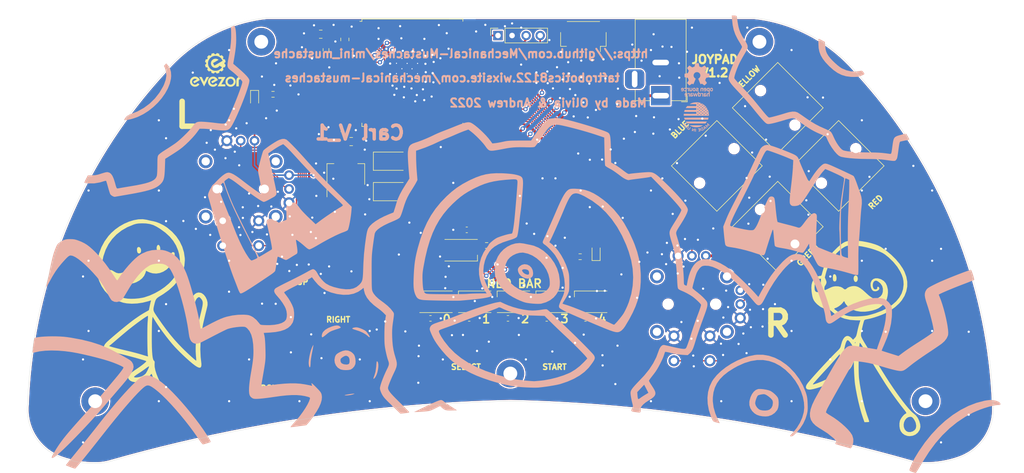
<source format=kicad_pcb>
(kicad_pcb (version 20211014) (generator pcbnew)
  (title_block (date "2021-06-25") (rev "1.0P") (company "EVEZOR"))
  (layers (0 "F.Cu" signal) (31 "B.Cu" signal) (34 "B.Paste" user) (35 "F.Paste" user) (36 "B.SilkS" user "B.Silkscreen") (37 "F.SilkS" user "F.Silkscreen") (38 "B.Mask" user) (39 "F.Mask" user) (44 "Edge.Cuts" user))
  (net 0 "")
  (net 1 "Net-(D1-Pad1)")
  (net 2 "+5V")
  (net 3 "/LCD_SCL")
  (net 4 "GND")
  (net 5 "/LCD_SDA")
  (net 6 "/TXDO")
  (net 7 "+3V3")
  (net 8 "Net-(D3-Pad1)")
  (net 9 "/RESET")
  (net 10 "/NEO_STATUS")
  (net 11 "/RXD0")
  (net 12 "/BOOT")
  (net 13 "/FUNCTION_BUTTON")
  (net 14 "/HBT_LED")
  (net 16 "VBUS")
  (net 17 "/NEO_BAR")
  (net 21 "Net-(D4-Pad1)")
  (net 22 "Net-(D5-Pad1)")
  (net 24 "Net-(D10-Pad3)")
  (net 25 "Net-(D10-Pad1)")
  (net 31 "Net-(D8-Pad1)")
  (net 32 "/UP")
  (net 33 "/DOWN")
  (net 34 "/LEFT")
  (net 35 "/RIGHT")
  (net 36 "/RED")
  (net 37 "/BLUE")
  (net 38 "/GREEN")
  (net 39 "/YELLOW")
  (net 40 "/START")
  (net 41 "/SELECT")
  (net 42 "/JOY_Y_2")
  (net 43 "/JOY_Y_1")
  (net 44 "/JOY_X_1")
  (net 45 "/JOY_X_2")
  (net 46 "/JOY_SW_2")
  (net 47 "/JOY_SW_1")
  (footprint "EvezorLIB:LOGO_37" (layer "F.Cu") (at 81.7 73.89)
    (fp_text reference "G***" hide)
    (fp_text value "LOGO" hide)
  )
  (footprint "EvezorLIB:evezor_18" (layer "F.Cu") (at 81.96 77.22)
    (fp_text reference "G***" hide)
    (fp_text value "LOGO" hide)
  )
  (footprint "Resistor_SMD:R_0603_1608Metric" (layer "F.Cu") (at 101.7 71.45 90)
    (fp_text reference "R6" hide)
    (fp_text value "10k" hide)
  )
  (footprint "Symbol:mustache man 2" (layer "F.Cu") (at 208.58 121.82)
    (fp_text reference "G***" hide)
    (fp_text value "LOGO" hide)
  )
  (footprint "Button_Switch_SMD:SWITCH_2x3_SMD_TACTILE_GREEN" (layer "F.Cu") (at 137.38 106.85)
    (fp_text reference "SW1" hide)
    (fp_text value "SW_Push" hide)
  )
  (footprint "Capacitor_SMD:C_0603_1608Metric" (layer "F.Cu") (at 127.126 104.012)
    (fp_text reference "C9" hide)
    (fp_text value ".1uF" hide)
  )
  (footprint "Diode_SMD:D_SMA" (layer "F.Cu") (at 113.65 91.6)
    (fp_text reference "D2" hide)
    (fp_text value "SX35_SCHOTTKY" hide)
  )
  (footprint "Button_Switch_SMD:SWITCH_2x3_SMD_TACTILE_GREEN" (layer "F.Cu") (at 126.98 125.91)
    (fp_text reference "SW12" hide)
    (fp_text value "SW_Push" hide)
  )
  (footprint "Resistor_SMD:R_0603_1608Metric" (layer "F.Cu") (at 130.72 106.84 180)
    (fp_text reference "R3" hide)
    (fp_text value "10k" hide)
  )
  (footprint "Button_Switch_SMD:SWITCH_2x3_SMD_TACTILE_GREEN" (layer "F.Cu") (at 95.304652 117.446558 -90)
    (fp_text reference "SW3" hide)
    (fp_text value "SW_Push" hide)
  )
  (footprint "Button_Switch_SMD:SWITCH_2x3_SMD_TACTILE_GREEN" (layer "F.Cu") (at 95.304652 128.446558 90)
    (fp_text reference "SW4" hide)
    (fp_text value "SW_Push" hide)
  )
  (footprint "Button_Switch_SMD:SWITCH_2x3_SMD_TACTILE_GREEN" (layer "F.Cu") (at 96.2 75.95 180)
    (fp_text reference "SW2" hide)
    (fp_text value "SW_Push" hide)
  )
  (footprint "Capacitor_SMD:C_0805_2012Metric" (layer "F.Cu") (at 106.25 88.05)
    (fp_text reference "C13" hide)
    (fp_text value "22uF" hide)
  )
  (footprint "LED_SMD:LED_SK6812MINI_PLCC4_3.5x3.5mm_P1.75mm" (layer "F.Cu") (at 142.57 117.02 180)
    (fp_text reference "D10" hide)
    (fp_text value "SK6812MINI" hide)
  )
  (footprint "Diode_SMD:D_SMA" (layer "F.Cu") (at 113.65 97.1)
    (fp_text reference "D1" hide)
    (fp_text value "SX35_SCHOTTKY" hide)
  )
  (footprint "MountingHole:MountingHole_2.5mm_Pad" (layer "F.Cu") (at 135 130)
    (fp_text reference "H5")
    (fp_text value "MountingHole" hide)
  )
  (footprint "Evezor_BUTTONS:JOYSTICK" (layer "F.Cu") (at 86.289652 96.624058)
    (fp_text reference "U4" hide)
    (fp_text value "JOYSTICK" hide)
  )
  (footprint "RF_Module:ESP32-WROOM-32U_evezor" (layer "F.Cu") (at 117.3 75.605)
    (fp_text reference "U3" hide)
    (fp_text value "ESP32-WROOM-32U" hide)
  )
  (footprint "Resistor_SMD:R_0603_1608Metric" (layer "F.Cu") (at 147.61 108.87)
    (fp_text reference "R5" hide)
    (fp_text value "10k" hide)
  )
  (footprint "LED_SMD:LED_0603_1608Metric" (layer "F.Cu") (at 150.494 108.076 90)
    (fp_text reference "D3" hide)
    (fp_text value "LED" hide)
  )
  (footprint "Resistor_SMD:R_0603_1608Metric" (layer "F.Cu") (at 92.125 79.5 180)
    (fp_text reference "R7" hide)
    (fp_text value "82k" hide)
  )
  (footprint "Evezor_BUTTONS:12mm_pushbutton" (layer "F.Cu") (at 183.304652 103.446558 45)
    (fp_text reference "SW10" hide)
    (fp_text value "SW_Push" hide)
  )
  (footprint "Package_TO_SOT_SMD:SOT-223-3_TabPin2" (layer "F.Cu") (at 105.28 93.95 90)
    (fp_text reference "U2" hide)
    (fp_text value "AMS1117-3.3" hide)
  )
  (footprint "Evezor_BUTTONS:12mm_pushbutton" (layer "F.Cu") (at 183.304652 81.946558 45)
    (fp_text reference "SW8" hide)
    (fp_text value "SW_Push" hide)
  )
  (footprint "Capacitor_SMD:C_0805_2012Metric" (layer "F.Cu") (at 100.75 68.63 180)
    (fp_text reference "C7" hide)
    (fp_text value "22uF" hide)
  )
  (footprint "Evezor_BUTTONS:12mm_pushbutton" (layer "F.Cu") (at 194.304652 92.446558 135)
    (fp_text reference "SW9" hide)
    (fp_text value "SW_Push" hide)
  )
  (footprint "MountingHole:MountingHole_2.5mm_Pad" (layer "F.Cu") (at 180 70)
    (fp_text reference "H4" hide)
    (fp_text value "MountingHole" hide)
  )
  (footprint "Evezor_BUTTONS:12mm_pushbutton" (layer "F.Cu") (at 172.304652 92.446558 135)
    (fp_text reference "SW7" hide)
    (fp_text value "SW_Push" hide)
  )
  (footprint "Connector_PinSocket_2.54mm:PinSocket_1x04_P2.54mm_Vertical" (layer "F.Cu") (at 132.77 68.87 90)
    (fp_text reference "J1" hide)
    (fp_text value "Conn_01x04" hide)
  )
  (footprint "LED_SMD:LED_0603_1608Metric" (layer "F.Cu") (at 88.8 80.2875 -90)
    (fp_text reference "D8" hide)
    (fp_text value "LED" hide)
  )
  (footprint "MountingHole:MountingHole_2.5mm_Pad" (layer "F.Cu") (at 60 135)
    (fp_text reference "H3" hide)
    (fp_text value "MountingHole" hide)
  )
  (footprint "Symbol:mustache man" (layer "F.Cu") (at 115.63 113.54)
    (fp_text reference "G***" hide)
    (fp_text value "LOGO" hide)
  )
  (footprint "Capacitor_SMD:C_0603_1608Metric" (layer "F.Cu") (at 127.57 120.02 180)
    (fp_text reference "C17" hide)
    (fp_text value ".1uF" hide)
  )
  (footprint "Button_Switch_SMD:SWITCH_2x3_SMD_TACTILE_GREEN" (layer "F.Cu") (at 101.304652 122.946558 180)
    (fp_text reference "SW5" hide)
    (fp_text value "SW_Push" hide)
  )
  (footprint "LED_SMD:LED_SK6812MINI_PLCC4_3.5x3.5mm_P1.75mm" (layer "F.Cu") (at 121.57 117.02 180)
    (fp_text reference "D4" hide)
    (fp_text value "SK6812MINI" hide)
  )
  (footprint "Capacitor_SMD:C_0603_1608Metric" (layer "F.Cu") (at 141.57 120.02 180)
    (fp_text reference "C8" hide)
    (fp_text value ".1uF" hide)
  )
  (footprint "Capacitor_SMD:C_0603_1608Metric" (layer "F.Cu") (at 134.57 120.02 180)
    (fp_text reference "C16" hide)
    (fp_text value ".1uF" hide)
  )
  (footprint "MountingHole:MountingHole_2.5mm_Pad" (layer "F.Cu") (at 210 135)
    (fp_text reference "H1" hide)
    (fp_text value "MountingHole" hide)
  )
  (footprint "Button_Switch_SMD:SWITCH_2x3_SMD_TACTILE_GREEN" (layer "F.Cu") (at 89.304652 122.946558)
    (fp_text reference "SW6" hide)
    (fp_text value "SW_Push" hide)
  )
  (footprint "LED_SMD:LED_SK6812MINI_PLCC4_3.5x3.5mm_P1.75mm" (layer "F.Cu") (at 135.57 117.02 180)
    (fp_text reference "D9" hide)
    (fp_text value "SK6812MINI" hide)
  )
  (footprint "LED_SMD:LED_SK6812MINI_PLCC4_3.5x3.5mm_P1.75mm" (layer "F.Cu") (at 149.515 117.02 180)
    (fp_text reference "D11" hide)
    (fp_text value "SK6812MINI" hide)
  )
  (footprint "Connector_BarrelJack:BarrelJack_Horizontal" (layer "F.Cu") (at 162.1575 79.75 -90)
    (fp_text reference "J3" hide)
    (fp_text value "Barrel_Jack" hide)
  )
  (footprint "Capacitor_SMD:C_0603_1608Metric" (layer "F.Cu") (at 104.525 85.75 180)
    (fp_text reference "C10" hide)
    (fp_text value ".1uF" hide)
  )
  (footprint "MountingHole:MountingHole_2.5mm_Pad" (layer "F.Cu") (at 90 70)
    (fp_text reference "H2" hide)
    (fp_text value "MountingHole" hide)
  )
  (footprint "Capacitor_SMD:C_0805_2012Metric" (layer "F.Cu") (at 105.1 69.58 -90)
    (fp_text reference "C11" hide)
    (fp_text value "22uF" hide)
  )
  (footprint "Capacitor_SMD:C_0603_1608Metric" (layer "F.Cu") (at 120.57 120.02 180)
    (fp_text reference "C18" hide)
    (fp_text value ".1uF" hide)
  )
  (footprint "Button_Switch_SMD:SWITCH_2x3_SMD_TACTILE_GREEN" (layer "F.Cu") (at 142.98 125.91)
    (fp_text reference "SW11" hide)
    (fp_text value "SW_Push" hide)
  )
  (footprint "LED_SMD:LED_SK6812MINI_PLCC4_3.5x3.5mm_P1.75mm" (layer "F.Cu") (at 128.57 117.02 180)
    (fp_text reference "D5" hide)
    (fp_text value "SK6812MINI" hide)
  )
  (footprint "LED_SMD:LED_SK6812MINI_PLCC4_3.5x3.5mm_P1.75mm" (layer "F.Cu") (at 126.11 107.7)
    (fp_text reference "D6" hide)
    (fp_text value "SK6812MINI" hide)
  )
  (footprint "Capacitor_SMD:C_0603_1608Metric" (layer "F.Cu") (at 148.57 120.02 180)
    (fp_text reference "C12" hide)
    (fp_text value ".1uF" hide)
  )
  (footprint "Connector_JST:JST_SH_SM06B-SRSS-TB_1x06-1MP_P1.00mm_Horizontal" (layer "F.Cu") (at 148.2 69.03 180)
    (fp_text reference "J2" hide)
    (fp_text value "ftdi_conn" hide)
  )
  (footprint "Evezor_BUTTONS:JOYSTICK" (layer "F.Cu") (at 167.804652 117.446558)
    (fp_text reference "U6" hide)
    (fp_text value "JOYSTICK" hide)
  )
  (footprint "Symbol:OSHW-Logo_5.7x6mm_SilkScreen" (layer "B.Cu") (at 168.72 76.88 180)
    (fp_text reference "REF**" hide)
    (fp_text value "OSHW-Logo_5.7x6mm_SilkScreen" hide)
  )
  (footprint "Evezor_extras:MADE IN USA_RD" (layer "B.Cu") (at 168.56 83.59 180)
    (fp_text reference "G***" hide)
    (fp_text value "LOGO" hide)
  )
  (footprint "clipboard:05d6695d-834d-4c2c-87ce-5d7e479e85e7" (layer "B.Cu") (at 175 65.25 180)
    (fp_text reference "")
    (fp_text value "")
  )
  (gr_arc (start 53.92296 145.20979) (mid 49.19535 141.446558) (end 47.79115 135.569448) (layer "Edge.Cuts") (width 0.05))
  (gr_arc (start 209.945637 146.249582) (mid 208.587852 146.151009) (end 207.256037 145.868935) (layer "Edge.Cuts") (width 0.05))
  (gr_arc (start 222.208852 135.569448) (mid 220.804651 141.446558) (end 216.077042 145.20979) (layer "Edge.Cuts") (width 0.05))
  (gr_arc (start 47.79115 135.569448) (mid 54.74904 103.456978) (end 72.354317 75.713921) (layer "Edge.Cuts") (width 0.05))
  (gr_arc (start 179.064851 65.672604) (mid 189.331861 68.886138) (end 197.645685 75.713921) (layer "Edge.Cuts") (width 0.05))
  (gr_arc (start 60.054365 146.249582) (mid 56.943753 145.994509) (end 53.92296 145.20979) (layer "Edge.Cuts") (width 0.05))
  (gr_arc (start 216.077042 145.20979) (mid 213.056249 145.994509) (end 209.945637 146.249582) (layer "Edge.Cuts") (width 0.05))
  (gr_arc (start 62.743964 145.868935) (mid 98.525034 138.125096) (end 135.000001 134.99) (layer "Edge.Cuts") (width 0.05))
  (gr_arc (start 72.354317 75.713921) (mid 80.668141 68.886138) (end 90.935151 65.672604) (layer "Edge.Cuts") (width 0.05))
  (gr_arc (start 62.743965 145.868935) (mid 61.41215 146.151009) (end 60.054365 146.249582) (layer "Edge.Cuts") (width 0.05))
  (gr_arc (start 197.645685 75.713921) (mid 215.250962 103.456978) (end 222.208852 135.569448) (layer "Edge.Cuts") (width 0.05))
  (gr_arc (start 135 134.99) (mid 171.474967 138.125096) (end 207.256037 145.868935) (layer "Edge.Cuts") (width 0.05))
  (gr_line (start 179.064851 65.672604) (end 90.935151 65.672604) (layer "Edge.Cuts") (width 0.05))
  (gr_text "https://github.com/Mechanical-Mustaches/mini_mustache" (at 126.06 72.16) (layer "B.SilkS") (effects (font (size 1.5 1.5) (thickness 0.35)) (justify mirror)))
  (gr_text "taftrobotics8122.wixsite.com/mechanical-mustaches" (at 124.49 76.53) (layer "B.SilkS") (effects (font (size 1.5 1.5) (thickness 0.35)) (justify mirror)))
  (gr_text "Carl V_1" (at 107.79 86.45) (layer "B.SilkS") (effects (font (size 2.5 2.5) (thickness 0.625)) (justify mirror)))
  (gr_text "Made by Olivia & Andrew 2022" (at 141.83 81.06) (layer "B.SilkS") (effects (font (size 1.5 1.5) (thickness 0.35)) (justify mirror)))
  (gr_text "JOYPAD\nV1.2\n" (at 171.92 74.4) (layer "F.SilkS") (effects (font (size 1.5 1.5) (thickness 0.375))))
  (gr_text "BLUE\n" (at 165.654652 85.896558 45) (layer "F.SilkS") (effects (font (size 1 1) (thickness 0.25))))
  (gr_text "LEFT" (at 86.254652 120.196558) (layer "F.SilkS") (effects (font (size 1 1) (thickness 0.25))))
  (gr_text "R" (at 183.254652 120.996558) (layer "F.SilkS") (effects (font (size 4.5 4.5) (thickness 1))))
  (gr_text "2" (at 137.69 120.113442) (layer "F.SilkS") (effects (font (size 1.5 1.5) (thickness 0.3))))
  (gr_text "1" (at 130.64 120.153442) (layer "F.SilkS") (effects (font (size 1.5 1.5) (thickness 0.3))))
  (gr_text "0" (at 123.51 120.153442) (layer "F.SilkS") (effects (font (size 1.5 1.5) (thickness 0.3))))
  (gr_text "DOWN\n" (at 92.054652 132.646558) (layer "F.SilkS") (effects (font (size 1 1) (thickness 0.25))))
  (gr_text "4" (at 151.59 120.153442) (layer "F.SilkS") (effects (font (size 1.5 1.5) (thickness 0.3))))
  (gr_text "SELECT\n" (at 126.98 128.81) (layer "F.SilkS") (effects (font (size 1 1) (thickness 0.25))))
  (gr_text "3" (at 144.78 120.113442) (layer "F.SilkS") (effects (font (size 1.5 1.5) (thickness 0.3))))
  (gr_text "NEO BAR" (at 135.7 113.743442) (layer "F.SilkS") (effects (font (size 1.5 1.5) (thickness 0.3))))
  (gr_text "UP\n" (at 97.454652 113.446558) (layer "F.SilkS") (effects (font (size 1 1) (thickness 0.25))))
  (gr_text "RIGHT" (at 103.904652 120.246558) (layer "F.SilkS") (effects (font (size 1 1) (thickness 0.25))))
  (gr_text "YELLOW" (at 177.904652 76.596558 45) (layer "F.SilkS") (effects (font (size 1 1) (thickness 0.25))))
  (gr_text "START" (at 142.98 128.81) (layer "F.SilkS") (effects (font (size 1 1) (thickness 0.25))))
  (gr_text "RED" (at 201.004652 98.996558 45) (layer "F.SilkS") (effects (font (size 1 1) (thickness 0.25))))
  (gr_text "L" (at 76.454652 83.246558) (layer "F.SilkS") (effects (font (size 4.5 4.5) (thickness 1))))
  (gr_text "GREEN" (at 188.754652 108.596558 45) (layer "F.SilkS") (effects (font (size 1 1) (thickness 0.25))))
  (segment (start 111.65 97.1) (end 111.65 91.6) (width 0.3) (layer "F.Cu") (net 1))
  (segment (start 107.58 97.1) (end 111.65 97.1) (width 0.3) (layer "F.Cu") (net 1))
  (segment (start 146.7 76.26) (end 146.7 71.03) (width 0.5) (layer "F.Cu") (net 2))
  (segment (start 137.24 85.71) (end 137.24 85.72) (width 0.5) (layer "F.Cu") (net 2))
  (segment (start 137.24 85.72) (end 131.36 91.6) (width 0.5) (layer "F.Cu") (net 2))
  (segment (start 142.24 80.72) (end 146.7 76.26) (width 0.5) (layer "F.Cu") (net 2))
  (segment (start 131.36 91.6) (end 115.65 91.6) (width 0.5) (layer "F.Cu") (net 2))
  (via (at 137.24 85.71) (size 0.8) (drill 0.4) (layers "F.Cu" "B.Cu") (net 2))
  (via (at 142.24 80.72) (size 0.8) (drill 0.4) (layers "F.Cu" "B.Cu") (net 2))
  (segment (start 137.24 85.71) (end 142.23 80.72) (width 0.5) (layer "B.Cu") (net 2))
  (segment (start 142.23 80.72) (end 142.24 80.72) (width 0.5) (layer "B.Cu") (net 2))
  (segment (start 137.85 69.62) (end 137.06 70.41) (width 0.3) (layer "F.Cu") (net 3))
  (segment (start 126.579022 68.62) (end 125.8 68.62) (width 0.3) (layer "F.Cu") (net 3))
  (segment (start 137.06 70.41) (end 128.369022 70.41) (width 0.3) (layer "F.Cu") (net 3))
  (segment (start 128.369022 70.41) (end 126.579022 68.62) (width 0.3) (layer "F.Cu") (net 3))
  (segment (start 137.85 68.87) (end 137.85 69.62) (width 0.3) (layer "F.Cu") (net 3))
  (via (at 72.804652 87.446558) (size 0.8) (drill 0.4) (layers "F.Cu" "B.Cu") (net 4))
  (via (at 145.72 116.12) (size 0.8) (drill 0.4) (layers "F.Cu" "B.Cu") (net 4))
  (via (at 109.6 122.3) (size 0.8) (drill 0.4) (layers "F.Cu" "B.Cu") (net 4))
  (via (at 165.24 111.9) (size 0.8) (drill 0.4) (layers "F.Cu" "B.Cu") (net 4))
  (via (at 174.34 117.98) (size 0.8) (drill 0.4) (layers "F.Cu" "B.Cu") (net 4))
  (via (at 147.26 90.21) (size 0.8) (drill 0.4) (layers "F.Cu" "B.Cu") (net 4))
  (via (at 153.97 131.9) (size 0.8) (drill 0.4) (layers "F.Cu" "B.Cu") (net 4))
  (via (at 98.96 104.4) (size 0.8) (drill 0.4) (layers "F.Cu" "B.Cu") (net 4))
  (via (at 137.95 102.87) (size 0.8) (drill 0.4) (layers "F.Cu" "B.Cu") (net 4))
  (via (at 98.58 110.28) (size 0.8) (drill 0.4) (layers "F.Cu" "B.Cu") (net 4))
  (via (at 137.804652 127.446558) (size 0.8) (drill 0.4) (layers "F.Cu" "B.Cu") (net 4))
  (via (at 168.14 128.69) (size 0.8) (drill 0.4) (layers "F.Cu" "B.Cu") (net 4))
  (via (at 157.73 83.43) (size 0.8) (drill 0.4) (layers "F.Cu" "B.Cu") (net 4))
  (via (at 140.81 94.7) (size 0.8) (drill 0.4) (layers "F.Cu" "B.Cu") (net 4))
  (via (at 114.45 78.47) (size 0.8) (drill 0.4) (layers "F.Cu" "B.Cu") (net 4))
  (via (at 91.82 99.79) (size 0.8) (drill 0.4) (layers "F.Cu" "B.Cu") (net 4))
  (via (at 58.8 96.9) (size 0.8) (drill 0.4) (layers "F.Cu" "B.Cu") (net 4))
  (via (at 113.28 75.84) (size 0.8) (drill 0.4) (layers "F.Cu" "B.Cu") (net 4))
  (via (at 139.3 104.74) (size 0.8) (drill 0.4) (layers "F.Cu" "B.Cu") (net 4))
  (via (at 120.78 79.91) (size 0.8) (drill 0.4) (layers "F.Cu" "B.Cu") (net 4))
  (via (at 150.64 115.073442) (size 0.8) (drill 0.4) (layers "F.Cu" "B.Cu") (net 4))
  (via (at 157.9 116.3) (size 0.8) (drill 0.4) (layers "F.Cu" "B.Cu") (net 4))
  (via (at 103.02 94.77) (size 0.8) (drill 0.4) (layers "F.Cu" "B.Cu") (net 4))
  (via (at 177.804652 67.446558) (size 0.8) (drill 0.4) (layers "F.Cu" "B.Cu") (net 4))
  (via (at 99.95 97.87) (size 0.8) (drill 0.4) (layers "F.Cu" "B.Cu") (net 4))
  (via (at 166.55 105.67) (size 0.8) (drill 0.4) (layers "F.Cu" "B.Cu") (net 4))
  (via (at 185.8 109.6) (size 0.8) (drill 0.4) (layers "F.Cu" "B.Cu") (net 4))
  (via (at 113.71 77.93) (size 0.8) (drill 0.4) (layers "F.Cu" "B.Cu") (net 4))
  (via (at 185.8 71.5) (size 0.8) (drill 0.4) (layers "F.Cu" "B.Cu") (net 4))
  (via (at 101.36 93.68) (size 0.8) (drill 0.4) (layers "F.Cu" "B.Cu") (net 4))
  (via (at 92.35 77.8) (size 0.8) (drill 0.4) (layers "F.Cu" "B.Cu") (net 4))
  (via (at 147.81 73.41) (size 0.8) (drill 0.4) (layers "F.Cu" "B.Cu") (net 4))
  (via (at 141.54 109.06) (size 0.8) (drill 0.4) (layers "F.Cu" "B.Cu") (net 4))
  (via (at 164.33 101.13) (size 0.8) (drill 0.4) (layers "F.Cu" "B.Cu") (net 4))
  (via (at 92.67 73.9) (size 0.8) (drill 0.4) (layers "F.Cu" "B.Cu") (net 4))
  (via (at 160.88 68.64) (size 0.8) (drill 0.4) (layers "F.Cu" "B.Cu") (net 4))
  (via (at 97.35 70.99) (size 0.8) (drill 0.4) (layers "F.Cu" "B.Cu") (net 4))
  (via (at 173.99 115) (size 0.8) (drill 0.4) (layers "F.Cu" "B.Cu") (net 4))
  (via (at 99.024652 122.916558) (size 0.8) (drill 0.4) (layers "F.Cu" "B.Cu") (net 4))
  (via (at 124.69 95.52) (size 0.8) (drill 0.4) (layers "F.Cu" "B.Cu") (net 4))
  (via (at 77.63 75.58) (size 0.8) (drill 0.4) (layers "F.Cu" "B.Cu") (net 4))
  (via (at 118.49 124.96) (size 0.8) (drill 0.4) (layers "F.Cu" "B.Cu") (net 4))
  (via (at 151.83 73.18) (size 0.8) (drill 0.4) (layers "F.Cu" "B.Cu") (net 4))
  (via (at 92.89 110.17) (size 0.8) (drill 0.4) (layers "F.Cu" "B.Cu") (net 4))
  (via (at 211.2 109.6) (size 0.8) (drill 0.4) (layers "F.Cu" "B.Cu") (net 4))
  (via (at 217.804652 122.446558) (size 0.8) (drill 0.4) (layers "F.Cu" "B.Cu") (net 4))
  (via (at 138.71 116.15) (size 0.8) (drill 0.4) (layers "F.Cu" "B.Cu") (net 4))
  (via (at 110.86 122.04) (size 0.8) (drill 0.4) (layers "F.Cu" "B.Cu") (net 4))
  (via (at 115.09 67.18) (size 0.8) (drill 0.4) (layers "F.Cu" "B.Cu") (net 4))
  (via (at 144.18 71.84) (size 0.8) (drill 0.4) (layers "F.Cu" "B.Cu") (net 4))
  (via (at 137.39 114.08) (size 0.8) (drill 0.4) (layers "F.Cu" "B.Cu") (net 4))
  (via (at 117.36 71.72) (size 0.8) (drill 0.4) (layers "F.Cu" "B.Cu") (net 4))
  (via (at 151.67 128.53) (size 0.8) (drill 0.4) (layers "F.Cu" "B.Cu") (net 4))
  (via (at 151.69 99.8) (size 0.8) (drill 0.4) (layers "F.Cu" "B.Cu") (net 4))
  (via (at 84.2 84.2) (size 0.8) (drill 0.4) (layers "F.Cu" "B.Cu") (net 4))
  (via (at 99.9 92.01) (size 0.8) (drill 0.4) (layers "F.Cu" "B.Cu") (net 4))
  (via (at 120.97 75.68) (size 0.8) (drill 0.4) (layers "F.Cu" "B.Cu") (net 4))
  (via (at 143.15 106.88) (size 0.8) (drill 0.4) (layers "F.Cu" "B.Cu") (net 4))
  (via (at 198.5 84.2) (size 0.8) (drill 0.4) (layers "F.Cu" "B.Cu") (net 4))
  (via (at 155.06 112.07) (size 0.8) (drill 0.4) (layers "F.Cu" "B.Cu") (net 4))
  (via (at 92.804652 82.446558) (size 0.8) (drill 0.4) (layers "F.Cu" "B.Cu") (net 4))
  (via (at 144.45 110.9) (size 0.8) (drill 0.4) (layers "F.Cu" "B.Cu") (net 4))
  (via (at 202.804652 122.446558) (size 0.8) (drill 0.4) (layers "F.Cu" "B.Cu") (net 4))
  (via (at 145.59 75.73) (size 0.8) (drill 0.4) (layers "F.Cu" "B.Cu") (net 4))
  (via (at 86.68 101.85) (size 0.8) (drill 0.4) (layers "F.Cu" "B.Cu") (net 4))
  (via (at 95.27 77.91) (size 0.8) (drill 0.4) (layers "F.Cu" "B.Cu") (net 4))
  (via (at 109.53 98.47) (size 0.8) (drill 0.4) (layers "F.Cu" "B.Cu") (net 4))
  (via (at 120.91 72.38) (size 0.8) (drill 0.4) (layers "F.Cu" "B.Cu") (net 4))
  (via (at 57.804652 112.446558) (size 0.8) (drill 0.4) (layers "F.Cu" "B.Cu") (net 4))
  (via (at 91.03 104.84) (size 0.8) (drill 0.4) (layers "F.Cu" "B.Cu") (net 4))
  (via (at 89.44 99.7) (size 0.8) (drill 0.4) (layers "F.Cu" "B.Cu") (net 4))
  (via (at 160.4 135) (size 0.8) (drill 0.4) (layers "F.Cu" "B.Cu") (net 4))
  (via (at 143.97 80.17) (size 0.8) (drill 0.4) (layers "F.Cu" "B.Cu") (net 4))
  (via (at 126.44 123.02) (size 0.8) (drill 0.4) (layers "F.Cu" "B.Cu") (net 4))
  (via (at 141.68 75.38) (size 0.8) (drill 0.4) (layers "F.Cu" "B.Cu") (net 4))
  (via (at 145.77 78.55) (size 0.8) (drill 0.4) (layers "F.Cu" "B.Cu") (net 4))
  (via (at 157.5 86.32) (size 0.8) (drill 0.4) (layers "F.Cu" "B.Cu") (net 4))
  (via (at 165.19 106.85) (size 0.8) (drill 0.4) (layers "F.Cu" "B.Cu") (net 4))
  (via (at 217.804652 137.446558) (size 0.8) (drill 0.4) (layers "F.Cu" "B.Cu") (net 4))
  (via (at 95.07 111.46) (size 0.8) (drill 0.4) (layers "F.Cu" "B.Cu") (net 4))
  (via (at 95.354652 126.166558) (size 0.8) (drill 0.4) (layers "F.Cu" "B.Cu") (net 4))
  (via (at 168.88 105.81) (size 0.8) (drill 0.4) (layers "F.Cu" "B.Cu") (net 4))
  (via (at 165.46 73.89) (size 0.8) (drill 0.4) (layers "F.Cu" "B.Cu") (net 4))
  (via (at 101.43 115.43) (size 0.8) (drill 0.4) (layers "F.Cu" "B.Cu") (net 4))
  (via (at 123.3 112.51) (size 0.8) (drill 0.4) (layers "F.Cu" "B.Cu") (net 4))
  (via (at 150.48 120.03) (size 0.8) (drill 0.4) (layers "F.Cu" "B.Cu") (net 4))
  (via (at 95.15 101.58) (size 0.8) (drill 0.4) (layers "F.Cu" "B.Cu") (net 4))
  (via (at 84.2 71.5) (size 0.8) (drill 0.4) (layers "F.Cu" "B.Cu") (net 4))
  (via (at 154.44 78.48) (size 0.8) (drill 0.4) (layers "F.Cu" "B.Cu") (net 4))
  (via (at 119.47 69.48) (size 0.8) (drill 0.4) (layers "F.Cu" "B.Cu") (net 4))
  (via (at 154.29 81.29) (size 0.8) (drill 0.4) (layers "F.Cu" "B.Cu") (net 4))
  (via (at 173.1 135) (size 0.8) (drill 0.4) (layers "F.Cu" "B.Cu") (net 4))
  (via (at 160.95 83.66) (size 0.8) (drill 0.4) (layers "F.Cu" "B.Cu") (net 4))
  (via (at 149.8 73.32) (size 0.8) (drill 0.4) (layers "F.Cu" "B.Cu") (net 4))
  (via (at 93.75 108.86) (size 0.8) (drill 0.4) (layers "F.Cu" "B.Cu") (net 4))
  (via (at 111.19 67.54) (size 0.8) (drill 0.4) (layers "F.Cu" "B.Cu") (net 4))
  (via (at 158.7 73.42) (size 0.8) (drill 0.4) (layers "F.Cu" "B.Cu") (net 4))
  (via (at 144.45 76.82) (size 0.8) (drill 0.4) (layers "F.Cu" "B.Cu") (net 4))
  (via (at 134.02 67.19) (size 0.8) (drill 0.4) (layers "F.Cu" "B.Cu") (net 4))
  (via (at 99.22 101.8) (size 0.8) (drill 0.4) (layers "F.Cu" "B.Cu") (net 4))
  (via (at 148.99 83.69) (size 0.8) (drill 0.4) (layers "F.Cu" "B.Cu") (net 4))
  (via (at 141.75 77.49) (size 0.8) (drill 0.4) (layers "F.Cu" "B.Cu") (net 4))
  (via (at 173.48 119.87) (size 0.8) (drill 0.4) (layers "F.Cu" "B.Cu") (net 4))
  (via (at 160.4 96.9) (size 0.8) (drill 0.4) (layers "F.Cu" "B.Cu") (net 4))
  (via (at 106.33 67.26) (size 0.8) (drill 0.4) (layers "F.Cu" "B.Cu") (net 4))
  (via (at 182.804652 117.446558) (size 0.8) (drill 0.4) (layers "F.Cu" "B.Cu") (net 4))
  (via (at 103.3 100.75) (size 0.8) (drill 0.4) (layers "F.Cu" "B.Cu") (net 4))
  (via (at 123.24 114.56) (size 0.8) (drill 0.4) (layers "F.Cu" "B.Cu") (net 4))
  (via (at 155.3 101.85) (size 0.8) (drill 0.4) (layers "F.Cu" "B.Cu") (net 4))
  (via (at 85.22 89.88) (size 0.8) (drill 0.4) (layers "F.Cu" "B.Cu") (net 4))
  (via (at 177.67 126.31) (size 0.8) (drill 0.4) (layers "F.Cu" "B.Cu") (net 4))
  (via (at 139.71 77.44) (size 0.8) (drill 0.4) (layers "F.Cu" "B.Cu") (net 4))
  (via (at 103.13 87.74) (size 0.8) (drill 0.4) (layers "F.Cu" "B.Cu") (net 4))
  (via (at 118.1 79.63) (size 0.8) (drill 0.4) (layers "F.Cu" "B.Cu") (net 4))
  (via (at 116.754652 102.706558) (size 0.8) (drill 0.4) (layers "F.Cu" "B.Cu") (net 4))
  (via (at 87.36 84.73) (size 0.8) (drill 0.4) (layers "F.Cu" "B.Cu") (net 4))
  (via (at 86.02 92.34) (size 0.8) (drill 0.4) (layers "F.Cu" "B.Cu") (net 4))
  (via (at 58.8 109.6) (size 0.8) (drill 0.4) (layers "F.Cu" "B.Cu") (net 4))
  (via (at 107.08 85.98) (size 0.8) (drill 0.4) (layers "F.Cu" "B.Cu") (net 4))
  (via (at 123.84 71.26) (size 0.8) (drill 0.4) (layers "F.Cu" "B.Cu") (net 4))
  (via (at 122.804652 127.446558) (size 0.8) (drill 0.4) (layers "F.Cu" "B.Cu") (net 4))
  (via (at 57.804652 127.446558) (size 0.8) (drill 0.4) (layers "F.Cu" "B.Cu") (net 4))
  (via (at 170.294652 86.986558) (size 0.8) (drill 0.4) (layers "F.Cu" "B.Cu") (net 4))
  (via (at 119.44 80.55) (size 0.8) (drill 0.4) (layers "F.Cu" "B.Cu") (net 4))
  (via (at 115.76 80.05) (size 0.8) (drill 0.4) (layers "F.Cu" "B.Cu") (net 4))
  (via (at 85.05 82.12) (size 0.8) (drill 0.4) (layers "F.Cu" "B.Cu") (net 4))
  (via (at 178.15 113.84) (size 0.8) (drill 0.4) (layers "F.Cu" "B.Cu") (net 4))
  (via (at 57.804652 142.446558) (size 0.8) (drill 0.4) (layers "F.Cu" "B.Cu") (net 4))
  (via (at 147.81 76.42) (size 0.8) (drill 0.4) (layers "F.Cu" "B.Cu") (net 4))
  (via (at 149.27 77.58) (size 0.8) (drill 0.4) (layers "F.Cu" "B.Cu") (net 4))
  (via (at 118.814652 104.556558) (size 0.8) (drill 0.4) (layers "F.Cu" "B.Cu") (net 4))
  (via (at 86.66 99.93) (size 0.8) (drill 0.4) (layers "F.Cu" "B.Cu") (net 4))
  (via (at 108.96 87.9) (size 0.8) (drill 0.4) (layers "F.Cu" "B.Cu") (net 4))
  (via (at 161.97 76.23) (size 0.8) (drill 0.4) (layers "F.Cu" "B.Cu") (net 4))
  (via (at 147.7 96.9) (size 0.8) (drill 0.4) (layers "F.Cu" "B.Cu") (net 4))
  (via (at 163.28 106.37) (size 0.8) (drill 0.4) (layers "F.Cu" "B.Cu") (net 4))
  (via (at 167.804652 67.446558) (size 0.8) (drill 0.4) (layers "F.Cu" "B.Cu") (net 4))
  (via (at 124.94 120.43) (size 0.8) (drill 0.4) (layers "F.Cu" "B.Cu") (net 4))
  (via (at 152.17 76.63) (size 0.8) (drill 0.4) (layers "F.Cu" "B.Cu") (net 4))
  (via (at 171.66 103.76) (size 0.8) (drill 0.4) (layers "F.Cu" "B.Cu") (net 4))
  (via (at 107.804652 127.446558) (size 0.8) (drill 0.4) (layers "F.Cu" "B.Cu") (net 4))
  (via (at 173.05 124.6) (size 0.8) (drill 0.4) (layers "F.Cu" "B.Cu") (net 4))
  (via (at 143.43 74.6) (size 0.8) (drill 0.4) (layers "F.Cu" "B.Cu") (net 4))
  (via (at 119.67 77.25) (size 0.8) (drill 0.4) (layers "F.Cu" "B.Cu") (net 4))
  (via (at 113.29 73.94) (size 0.8) (drill 0.4) (layers "F.Cu" "B.Cu") (net 4))
  (via (at 116.03 122.38) (size 0.8) (drill 0.4) (layers "F.Cu" "B.Cu") (net 4))
  (via (at 164.11 70.93) (size 0.8) (drill 0.4) (layers "F.Cu" "B.Cu") (net 4))
  (via (at 118.42 126.86) (size 0.8) (drill 0.4) (layers "F.Cu" "B.Cu") (net 4))
  (via (at 84.18 115.2) (size 0.8) (drill 0.4) (layers "F.Cu" "B.Cu") (net 4))
  (via (at 185.8 122.3) (size 0.8) (drill 0.4) (layers "F.Cu" "B.Cu") (net 4))
  (via (at 112.6 71.28) (size 0.8) (drill 0.4) (layers "F.Cu" "B.Cu") (net 4))
  (via (at 154.36 124.96) (size 0.8) (drill 0.4) (layers "F.Cu" "B.Cu") (net 4))
  (via (at 117.14 78.44) (size 0.8) (drill 0.4) (layers "F.Cu" "B.Cu") (net 4))
  (via (at 166.92 71.81) (size 0.8) (drill 0.4) (layers "F.Cu" "B.Cu") (net 4))
  (via (at 96.9 135) (size 0.8) (drill 0.4) (layers "F.Cu" "B.Cu") (net 4))
  (via (at 84.2 135) (size 0.8) (drill 0.4) (layers "F.Cu" "B.Cu") (net 4))
  (via (at 185.8 135) (size 0.8) (drill 0.4) (layers "F.Cu" "B.Cu") (net 4))
  (via (at 146.44 83.5) (size 0.8) (drill 0.4) (layers "F.Cu" "B.Cu") (net 4))
  (via (at 177.09 122.76) (size 0.8) (drill 0.4) (layers "F.Cu" "B.Cu") (net 4))
  (via (at 144.44 114.46) (size 0.8) (drill 0.4) (layers "F.Cu" "B.Cu") (net 4))
  (via (at 83.575 84.975) (size 0.8) (drill 0.4) (layers "F.Cu" "B.Cu") (net 4))
  (via (at 106.29 111.52) (size 0.8) (drill 0.4) (layers "F.Cu" "B.Cu") (net 4))
  (via (at 177.404652 81.646558) (size 0.8) (drill 0.4) (layers "F.Cu" "B.Cu") (net 4))
  (via (at 143.48 120.04) (size 0.8) (drill 0.4) (layers "F.Cu" "B.Cu") (net 4))
  (via (at 119.21 78.6) (size 0.8) (drill 0.4) (layers "F.Cu" "B.Cu") (net 4))
  (via (at 142.7 78.43) (size 0.8) (drill 0.4) (layers "F.Cu" "B.Cu") (net 4))
  (via (at 148.2 80.98) (size 0.8) (drill 0.4) (layers "F.Cu" "B.Cu") (net 4))
  (via (at 86.24 104.95) (size 0.8) (drill 0.4) (layers "F.Cu" "B.Cu") (net 4))
  (via (at 188.47 98.67) (size 0.8) (drill 0.4) (layers "F.Cu" "B.Cu") (net 4))
  (via (at 103.07 66.95) (size 0.8) (drill 0.4) (layers "F.Cu" "B.Cu") (net 4))
  (via (at 180.7 113.94) (size 0.8) (drill 0.4) (layers "F.Cu" "B.Cu") (net 4))
  (via (at 80.88 85.98) (size 0.8) (drill 0.4) (layers "F.Cu" "B.Cu") (net 4))
  (via (at 71.5 135) (size 0.8) (drill 0.4) (layers "F.Cu" "B.Cu") (net 4))
  (via (at 155.51 87.53) (size 0.8) (drill 0.4) (layers "F.Cu" "B.Cu") (net 4))
  (via (at 158.3 109.8) (size 0.8) (drill 0.4) (layers "F.Cu" "B.Cu") (net 4))
  (via (at 165.51 76.49) (size 0.8) (drill 0.4) (layers "F.Cu" "B.Cu") (net 4))
  (via (at 100.76 111.98) (size 0.8) (drill 0.4) (layers "F.Cu" "B.Cu") (net 4))
  (via (at 129.93 114.6) (size 0.8) (drill 0.4) (layers "F.Cu" "B.Cu") (net 4))
  (via (at 181.474652 109.236558) (size 0.8) (drill 0.4) (layers "F.Cu" "B.Cu") (net 4))
  (via (at 124.45 123.06) (size 0.8) (drill 0.4) (layers "F.Cu" "B.Cu") (net 4))
  (via (at 150.46 82.33) (size 0.8) (drill 0.4) (layers "F.Cu" "B.Cu") (net 4))
  (via (at 180.56 121.5) (size 0.8) (drill 0.4) (layers "F.Cu" "B.Cu") (net 4))
  (via (at 178.154652 98.196558) (size 0.8) (drill 0.4) (layers "F.Cu" "B.Cu") (net 4))
  (via (at 109.22 95.92) (size 0.8) (drill 0.4) (layers "F.Cu" "B.Cu") (net 4))
  (via (at 139.71 75.54) (size 0.8) (drill 0.4) (layers "F.Cu" "B.Cu") (net 4))
  (via (at 96.43 110.35) (size 0.8) (drill 0.4) (layers "F.Cu" "B.Cu") (net 4))
  (via (at 97.72 68.48) (size 0.8) (drill 0.4) (layers "F.Cu" "B.Cu") (net 4))
  (via (at 108.77 101.22) (size 0.8) (drill 0.4) (layers "F.Cu" "B.Cu") (net 4))
  (via (at 75.93 102.41) (size 0.8) (drill 0.4) (layers "F.Cu" "B.Cu") (net 4))
  (via (at 181.854652 94.396558) (size 0.8) (drill 0.4) (layers "F.Cu" "B.Cu") (net 4))
  (via (at 121.15 73.65) (size 0.8) (drill 0.4) (layers "F.Cu" "B.Cu") (net 4))
  (via (at 81.63 89.51) (size 0.8) (drill 0.4) (layers "F.Cu" "B.Cu") (net 4))
  (via (at 95.354652 119.796558) (size 0.8) (drill 0.4) (layers "F.Cu" "B.Cu") (net 4))
  (via (at 165.39 83.99) (size 0.8) (drill 0.4) (layers "F.Cu" "B.Cu") (net 4))
  (via (at 87.804652 127.446558) (size 0.8) (drill 0.4) (layers "F.Cu" "B.Cu") (net 4))
  (via (at 165.9 120.68) (size 0.8) (drill 0.4) (layers "F.Cu" "B.Cu") (net 4))
  (via (at 90.12 76.29) (size 0.8) (drill 0.4) (layers "F.Cu" "B.Cu") (net 4))
  (via (at 95.63 104.92) (size 0.8) (drill 0.4) (layers "F.Cu" "B.Cu") (net 4))
  (via (at 165.104652 91.946558) (size 0.8) (drill 0.4) (layers "F.Cu" "B.Cu") (net 4))
  (via (at 122.43 89.04) (size 0.8) (drill 0.4) (layers "F.Cu" "B.Cu") (net 4))
  (via (at 160.83 86.62) (size 0.8) (drill 0.4) (layers "F.Cu" "B.Cu") (net 4))
  (via (at 102.29 74.63) (size 0.8) (drill 0.4) (layers "F.Cu" "B.Cu") (net 4))
  (via (at 178.45 121.62) (size 0.8) (drill 0.4) (layers "F.Cu" "B.Cu") (net 4))
  (via (at 212.804652 142.446558) (size 0.8) (drill 0.4) (layers "F.Cu" "B.Cu") (net 4))
  (via (at 160.4 71.5) (size 0.8) (drill 0.4) (layers "F.Cu" "B.Cu") (net 4))
  (via (at 130.48 66.94) (size 0.8) (drill 0.4) (layers "F.Cu" "B.Cu") (net 4))
  (via (at 148.25 122.96) (size 0.8) (drill 0.4) (layers "F.Cu" "B.Cu") (net 4))
  (via (at 211.2 122.3) (size 0.8) (drill 0.4) (layers "F.Cu" "B.Cu") (net 4))
  (via (at 173.43 126.64) (size 0.8) (drill 0.4) (layers "F.Cu" "B.Cu") (net 4))
  (via (at 128.98 125.91) (size 0.8) (drill 0.4) (layers "F.Cu" "B.Cu") (net 4))
  (via (at 198.5 96.9) (size 0.8) (drill 0.4) (layers "F.Cu" "B.Cu") (net 4))
  (via (at 121.1 77.33) (size 0.8) (drill 0.4) (layers "F.Cu" "B.Cu") (net 4))
  (via (at 162.46 94.71) (size 0.8) (drill 0.4) (layers "F.Cu" "B.Cu") (net 4))
  (via (at 90.88 83.83) (size 0.8) (drill 0.4) (layers "F.Cu" "B.Cu") (net 4))
  (via (at 192.324652 86.716558) (size 0.8) (drill 0.4) (layers "F.Cu" "B.Cu") (net 4))
  (via (at 146.74 79.64) (size 0.8) (drill 0.4) (layers "F.Cu" "B.Cu") (net 4))
  (via (at 199.874652 94.426558) (size 0.8) (drill 0.4) (layers "F.Cu" "B.Cu") (net 4))
  (via (at 166.28 110.65) (size 0.8) (drill 0.4) (layers "F.Cu" "B.Cu") (net 4))
  (via (at 173.1 71.5) (size 0.8) (drill 0.4) (layers "F.Cu" "B.Cu") (net 4))
  (via (at 112.39 120.58) (size 0.8) (drill 0.4) (layers "F.Cu" "B.Cu") (net 4))
  (via (at 72.804652 102.446558) (size 0.8) (drill 0.4) (layers "F.Cu" "B.Cu") (net 4))
  (via (at 122.3 108.84) (size 0.8) (drill 0.4) (layers "F.Cu" "B.Cu") (net 4))
  (via (at 96.73 79.52) (size 0.8) (drill 0.4) (layers "F.Cu" "B.Cu") (net 4))
  (via (at 192.804652 127.446558) (size 0.8) (drill 0.4) (layers "F.Cu" "B.Cu") (net 4))
  (via (at 117.82 80.77) (size 0.8) (drill 0.4) (layers "F.Cu" "B.Cu") (net 4))
  (via (at 149.36 91.34) (size 0.8) (drill 0.4) (layers "F.Cu" "B.Cu") (net 4))
  (via (at 181.204652 87.696558) (size 0.8) (drill 0.4) (layers "F.Cu" "B.Cu") (net 4))
  (via (at 93 97.13) (size 0.8) (drill 0.4) (layers "F.Cu" "B.Cu") (net 4))
  (via (at 99.17 73.02) (size 0.8) (drill 0.4) (layers "F.Cu" "B.Cu") (net 4))
  (via (at 102.26 110.63) (size 0.8) (drill 0.4) (layers "F.Cu" "B.Cu") (net 4))
  (via (at 71.5 109.6) (size 0.8) (drill 0.4) (layers "F.Cu" "B.Cu") (net 4))
  (via (at 168.04 126.75) (size 0.8) (drill 0.4) (layers "F.Cu" "B.Cu") (net 4))
  (via (at 151.64 126.69) (size 0.8) (drill 0.4) (layers "F.Cu" "B.Cu") (net 4))
  (via (at 128.82 68.14) (size 0.8) (drill 0.4) (layers "F.Cu" "B.Cu") (net 4))
  (via (at 106.74 72.54) (size 0.8) (drill 0.4) (layers "F.Cu" "B.Cu") (net 4))
  (via (at 128.58 116.89) (size 0.8) (drill 0.4) (layers "F.Cu" "B.Cu") (net 4))
  (via (at 88.4 104.4) (size 0.8) (drill 0.4) (layers "F.Cu" "B.Cu") (net 4))
  (via (at 108.7 89.51) (size 0.8) (drill 0.4) (layers "F.Cu" "B.Cu") (net 4))
  (via (at 169.68 83.89) (size 0.8) (drill 0.4) (layers "F.Cu" "B.Cu") (net 4))
  (via (at 136.5 119.97) (size 0.8) (drill 0.4) (layers "F.Cu" "B.Cu") (net 4))
  (via (at 119.64 72.54) (size 0.8) (drill 0.4) (layers "F.Cu" "B.Cu") (net 4))
  (via (at 122.36 72.98) (size 0.8) (drill 0.4) (layers "F.Cu" "B.Cu") (net 4))
  (via (at 141.7 105.16) (size 0.8) (drill 0.4) (layers "F.Cu" "B.Cu") (net 4))
  (via (at 163.82 85.86) (size 0.8) (drill 0.4) (layers "F.Cu" "B.Cu") (net 4))
  (via (at 119.66 73.99) (size 0.8) (drill 0.4) (layers "F.Cu" "B.Cu") (net 4))
  (via (at 85.99 103.54) (size 0.8) (drill 0.4) (layers "F.Cu" "B.Cu") (net 4))
  (via (at 144.84 105.44) (size 0.8) (drill 0.4) (layers "F.Cu" "B.Cu") (net 4))
  (via (at 136.54 123.02) (size 0.8) (drill 0.4) (layers "F.Cu" "B.Cu") (net 4))
  (via (at 143.15 94.7) (size 0.8) (drill 0.4) (layers "F.Cu" "B.Cu") (net 4))
  (via (at 118.37 131.67) (size 0.8) (drill 0.4) (layers "F.Cu" "B.Cu") (net 4))
  (via (at 142.584652 126.01) (size 0.8) (drill 0.4) (layers "F.Cu" "B.Cu") (net 4))
  (via (at 72.804652 132.446558) (size 0.8) (drill 0.4) (layers "F.Cu" "B.Cu") (net 4))
  (via (at 142.05 69.69) (size 0.8) (drill 0.4) (layers "F.Cu" "B.Cu") (net 4))
  (via (at 80.78 104.93) (size 0.8) (drill 0.4) (layers "F.Cu" "B.Cu") (net 4))
  (via (at 71.5 122.3) (size 0.8) (drill 0.4) (layers "F.Cu" "B.Cu") (net 4))
  (via (at 131.11 124.24) (size 0.8) (drill 0.4) (layers "F.Cu" "B.Cu") (net 4))
  (via (at 58.8 122.3) (size 0.8) (drill 0.4) (layers "F.Cu" "B.Cu") (net 4))
  (via (at 162.49 70.87) (size 0.8) (drill 0.4) (layers "F.Cu" "B.Cu") (net 4))
  (via (at 123.51 68.45) (size 0.8) (drill 0.4) (layers "F.Cu" "B.Cu") (net 4))
  (via (at 198.5 122.3) (size 0.8) (drill 0.4) (layers "F.Cu" "B.Cu") (net 4))
  (via (at 99.53 67.02) (size 0.8) (drill 0.4) (layers "F.Cu" "B.Cu") (net 4))
  (via (at 169.82 114.65) (size 0.8) (drill 0.4) (layers "F.Cu" "B.Cu") (net 4))
  (via (at 182.004652 98.796558) (size 0.8) (drill 0.4) (layers "F.Cu" "B.Cu") (net 4))
  (via (at 83.54 91.05) (size 0.8) (drill 0.4) (layers "F.Cu" "B.Cu") (net 4))
  (via (at 82.75 98.94) (size 0.8) (drill 0.4) (layers "F.Cu" "B.Cu") (net 4))
  (via (at 157.03 70.51) (size 0.8) (drill 0.4) (layers "F.Cu" "B.Cu") (net 4))
  (via (at 198.5 109.6) (size 0.8) (drill 0.4) (layers "F.Cu" "B.Cu") (net 4))
  (via (at 111.19 69.48) (size 0.8) (drill 0.4) (layers "F.Cu" "B.Cu") (net 4))
  (via (at 119.1 71.53) (size 0.8) (drill 0.4) (layers "F.Cu" "B.Cu") (net 4))
  (via (at 153.97 91.93) (size 0.8) (drill 0.4) (layers "F.Cu" "B.Cu") (net 4))
  (via (at 168.85 120.47) (size 0.8) (drill 0.4) (layers "F.Cu" "B.Cu") (net 4))
  (via (at 115.31 69.37) (size 0.8) (drill 0.4) (layers "F.Cu" "B.Cu") (net 4))
  (via (at 180.65 118.35) (size 0.8) (drill 0.4) (layers "F.Cu" "B.Cu") (net 4))
  (via (at 188.904652 93.396558) (size 0.8) (drill 0.4) (layers "F.Cu" "B.Cu") (net 4))
  (via (at 80.14 88.27) (size 0.8) (drill 0.4) (layers "F.Cu" "B.Cu") (net 4))
  (via (at 92.61 117.39) (size 0.8) (drill 0.4) (layers "F.Cu" "B.Cu") (net 4))
  (via (at 109.6 135) (size 0.8) (drill 0.4) (layers "F.Cu" "B.Cu") (net 4))
  (via (at 100.41 86.7) (size 0.8) (drill 0.4) (layers "F.Cu" "B.Cu") (net 4))
  (via (at 159.77 108.11) (size 0.8) (drill 0.4) (layers "F.Cu" "B.Cu") (net 4))
  (via (at 124.71 116.16) (size 0.8) (drill 0.4) (layers "F.Cu" "B.Cu") (net 4))
  (via (at 198.5 135) (size 0.8) (drill 0.4) (layers "F.Cu" "B.Cu") (net 4))
  (via (at 100.88 127.22) (size 0.8) (drill 0.4) (layers "F.Cu" "B.Cu") (net 4))
  (via (at 115.57 71.64) (size 0.8) (drill 0.4) (layers "F.Cu" "B.Cu") (net 4))
  (via (at 99.87 105.52) (size 0.8) (drill 0.4) (layers "F.Cu" "B.Cu") (net 4))
  (via (at 90.15 117.36) (size 0.8) (drill 0.4) (layers "F.Cu" "B.Cu") (net 4))
  (via (at 79.84 98.11) (size 0.8) (drill 0.4) (layers "F.Cu" "B.Cu") (net 4))
  (via (at 212.804652 107.446558) (size 0.8) (drill 0.4) (layers "F.Cu" "B.Cu") (net 4))
  (via (at 178.004652 102.896558) (size 0.8) (drill 0.4) (layers "F.Cu" "B.Cu") (net 4))
  (via (at 152.06 115.04) (size 0.8) (drill 0.4) (layers "F.Cu" "B.Cu") (net 4))
  (via (at 85.48 85.66) (size 0.8) (drill 0.4) (layers "F.Cu" "B.Cu") (net 4))
  (via (at 78.19 103.84) (size 0.8) (drill 0.4) (layers "F.Cu" "B.Cu") (net 4))
  (via (at 163.14 110.21) (size 0.8) (drill 0.4) (layers "F.Cu" "B.Cu") (net 4))
  (via (at 114.86 108.48) (size 0.8) (drill 0.4) (layers "F.Cu" "B.Cu") (net 4))
  (via (at 166.62 98.73) (size 0.8) (drill 0.4) (layers "F.Cu" "B.Cu") (net 4))
  (via (at 136.95 74.13) (size 0.8) (drill 0.4) (layers "F.Cu" "B.Cu") (net 4))
  (via (at 136.72 97.87) (size 0.8) (drill 0.4) (layers "F.Cu" "B.Cu") (net 4))
  (via (at 119.72 75.5) (size 0.8) (drill 0.4) (layers "F.Cu" "B.Cu") (net 4))
  (via (at 71.5 84.2) (size 0.8) (drill 0.4) (layers "F.Cu" "B.Cu") (net 4))
  (via (at 131.73 116.15) (size 0.8) (drill 0.4) (layers "F.Cu" "B.Cu") (net 4))
  (via (at 178.68 90.03) (size 0.8) (drill 0.4) (layers "F.Cu" "B.Cu") (net 4))
  (via (at 162.38 108.42) (size 0.8) (drill 0.4) (layers "F.Cu" "B.Cu") (net 4))
  (via (at 146.69 124.45) (size 0.8) (drill 0.4) (layers "F.Cu" "B.Cu") (net 4))
  (via (at 191.48 80.09) (size 0.8) (drill 0.4) (layers "F.Cu" "B.Cu") (net 4))
  (via (at 123.89 110.61) (size 0.8) (drill 0.4) (layers "F.Cu" "B.Cu") (net 4))
  (via (at 188.694652 80.046558) (size 0.8) (drill 0.4) (layers "F.Cu" "B.Cu") (net 4))
  (via (at 71.5 96.9) (size 0.8) (drill 0.4) (layers "F.Cu" "B.Cu") (net 4))
  (via (at 178.29 118.46) (size 0.8) (drill 0.4) (layers "F.Cu" "B.Cu") (net 4))
  (via (at 202.804652 107.446558) (size 0.8) (drill 0.4) (layers "F.Cu" "B.Cu") (net 4))
  (via (at 102.14 85.45) (size 0.8) (drill 0.4) (layers "F.Cu" "B.Cu") (net 4))
  (via (at 153.13 89.47) (size 0.8) (drill 0.4) (layers "F.Cu" "B.Cu") (net 4))
  (via (at 122.43 120.02) (size 0.8) (drill 0.4) (layers "F.Cu" "B.Cu") (net 4))
  (via (at 207.804652 92.446558) (size 0.8) (drill 0.4) (layers "F.Cu" "B.Cu") (net 4))
  (via (at 122.09 66.98) (size 0.8) (drill 0.4) (layers "F.Cu" "B.Cu") (net 4))
  (via (at 135.32 66.68) (size 0.8) (drill 0.4) (layers "F.Cu" "B.Cu") (net 4))
  (via (at 192.804652 112.446558) (size 0.8) (drill 0.4) (layers "F.Cu" "B.Cu") (net 4))
  (via (at 177.674652 94.636558) (size 0.8) (drill 0.4) (layers "F.Cu" "B.Cu") (net 4))
  (via (at 84.2 109.6) (size 0.8) (drill 0.4) (layers "F.Cu" "B.Cu") (net 4))
  (via (at 151.58 91.3) (size 0.8) (drill 0.4) (layers "F.Cu" "B.Cu") (net 4))
  (via (at 145.45 73.69) (size 0.8) (drill 0.4) (layers "F.Cu" "B.Cu") (net 4))
  (via (at 176.23 124.65) (size 0.8) (drill 0.4) (layers "F.Cu" "B.Cu") (net 4))
  (via (at 114.04 79.6) (size 0.8) (drill 0.4) (layers "F.Cu" "B.Cu") (net 4))
  (via (at 167.71 123.7) (size 0.8) (drill 0.4) (layers "F.Cu" "B.Cu") (net 4))
  (via (at 103.39 69.95) (size 0.8) (drill 0.4) (layers "F.Cu" "B.Cu") (net 4))
  (via (at 172.804652 77.446558) (size 0.8) (drill 0.4) (layers "F.Cu" "B.Cu") (net 4))
  (via (at 188.854652 101.266558) (size 0.8) (drill 0.4) (layers "F.Cu" "B.Cu") (net 4))
  (via (at 87.804652 97.446558) (size 0.8) (drill 0.4) (layers "F.Cu" "B.Cu") (net 4))
  (via (at 72.804652 117.446558) (size 0.8) (drill 0.4) (layers "F.Cu" "B.Cu") (net 4))
  (via (at 136.96 67.45) (size 0.8) (drill 0.4) (layers "F.Cu" "B.Cu") (net 4))
  (via (at 211.2 96.9) (size 0.8) (drill 0.4) (layers "F.Cu" "B.Cu") (net 4))
  (via (at 149.35 99.9) (size 0.8) (drill 0.4) (layers "F.Cu" "B.Cu") (net 4))
  (via (at 115.83 78.15) (size 0.8) (drill 0.4) (layers "F.Cu" "B.Cu") (net 4))
  (via (at 124.69 104.01) (size 0.8) (drill 0.4) (layers "F.Cu" "B.Cu") (net 4))
  (via (at 129.46 119.96) (size 0.8) (drill 0.4) (layers "F.Cu" "B.Cu") (net 4))
  (segment (start 83.34 88.34371) (end 83.789652 87.894058) (width 0.2) (layer "B.Cu") (net 4))
  (segment (start 139.91049 70.85951) (end 128.182828 70.85951) (width 0.3) (layer "F.Cu") (net 5))
  (segment (start 140.39 68.87) (end 140.39 70.38) (width 0.3) (layer "F.Cu") (net 5))
  (segment (start 128.182828 70.85951) (end 127.213318 69.89) (width 0.3) (layer "F.Cu") (net 5))
  (segment (start 127.213318 69.89) (end 125.8 69.89) (width 0.3) (layer "F.Cu") (net 5))
  (segment (start 140.39 70.38) (end 139.91049 70.85951) (width 0.3) (layer "F.Cu") (net 5))
  (segment (start 142.200979 71.259021) (end 144.75 68.71) (width 0.2) (layer "F.Cu") (net 6))
  (segment (start 149.7 69.94) (end 149.7 71.03) (width 0.2) (layer "F.Cu") (net 6))
  (segment (start 148.47 68.71) (end 149.7 69.94) (width 0.2) (layer "F.Cu") (net 6))
  (segment (start 125.8 71.16) (end 125.899021 71.259021) (width 0.2) (layer "F.Cu") (net 6))
  (segment (start 144.75 68.71) (end 148.47 68.71) (width 0.2) (layer "F.Cu") (net 6))
  (segment (start 125.899021 71.259021) (end 142.200979 71.259021) (width 0.2) (layer "F.Cu") (net 6))
  (segment (start 176.534652 111.709672) (end 176.534652 114.946558) (width 0.5) (layer "F.Cu") (net 7))
  (segment (start 140.72 121.77) (end 147.62 121.77) (width 0.5) (layer "F.Cu") (net 7))
  (segment (start 122.005 68.62) (end 124.325 66.3) (width 0.3) (layer "F.Cu") (net 7))
  (segment (start 126.7825 121.7325) (end 126.7825 120.02) (width 0.5) (layer "F.Cu") (net 7))
  (segment (start 119.7825 121.1725) (end 119.7825 120.02) (width 0.5) (layer "F.Cu") (net 7))
  (segment (start 88.8 81.075) (end 93.55 81.075) (width 0.3) (layer "F.Cu") (net 7))
  (segment (start 105.3 88.05) (end 105.3 90.78) (width 0.3) (layer "F.Cu") (net 7))
  (segment (start 88.789652 81.085348) (end 88.789652 87.894058) (width 0.3) (layer "F.Cu") (net 7))
  (segment (start 170.304652 108.716558) (end 173.541538 108.716558) (width 0.5) (layer "F.Cu") (net 7))
  (segment (start 119.7825 121.1725) (end 120.38 121.77) (width 0.5) (layer "F.Cu") (net 7))
  (segment (start 147.7825 117.9125) (end 147.765 117.895) (width 0.5) (layer "F.Cu") (net 7))
  (segment (start 105.1 68.63) (end 101.7 68.63) (width 0.3) (layer "F.Cu") (net 7))
  (segment (start 129.9 106.845) (end 129.9 109.66) (width 0.2) (layer "F.Cu") (net 7))
  (segment (start 105.28 97.1) (end 105.28 105.28) (width 0.3) (layer "F.Cu") (net 7))
  (segment (start 133.72 121.77) (end 133.7825 121.7075) (width 0.5) (layer "F.Cu") (net 7))
  (segment (start 97.6 73.075) (end 100.05 70.625) (width 0.3) (layer "F.Cu") (net 7))
  (segment (start 133.7825 120.02) (end 133.7825 117.9325) (width 0.5) (layer "F.Cu") (net 7))
  (segment (start 93.55 81.075) (end 97.6 77.025) (width 0.3) (layer "F.Cu") (net 7))
  (segment (start 129.9 109.66) (end 135.65 115.41) (width 0.2) (layer "F.Cu") (net 7))
  (segment (start 140.72 121.77) (end 140.7825 121.7075) (width 0.5) (layer "F.Cu") (net 7))
  (segment (start 170.304652 111.225348) (end 170.304652 108.716558) (width 0.5) (layer "F.Cu") (net 7))
  (segment (start 108.8 68.62) (end 122.005 68.62) (width 0.3) (layer "F.Cu") (net 7))
  (segment (start 97.6 77.025) (end 97.6 73.075) (width 0.3) (layer "F.Cu") (net 7))
  (segment (start 162.3 114.86) (end 166.67 114.86) (width 0.5) (layer "F.Cu") (net 7))
  (segment (start 147.62 121.77) (end 147.7825 121.6075) (width 0.5) (layer "F.Cu") (net 7))
  (segment (start 155.39 121.77) (end 162.3 114.86) (width 0.5) (layer "F.Cu") (net 7))
  (segment (start 133.7825 117.9325) (end 133.82 117.895) (width 0.5) (layer "F.Cu") (net 7))
  (segment (start 135.65 117.25) (end 135.005 117.895) (width 0.2) (layer "F.Cu") (net 7))
  (segment (start 133.72 121.77) (end 140.72 121.77) (width 0.5) (layer "F.Cu") (net 7))
  (segment (start 135.005 117.895) (end 133.82 117.895) (width 0.2) (layer "F.Cu") (net 7))
  (segment (start 133.7825 121.7075) (end 133.7825 120.02) (width 0.5) (layer "F.Cu") (net 7))
  (segment (start 127.901 104.012) (end 127.901 106.784) (width 0.2) (layer "F.Cu") (net 7))
  (segment (start 135.65 115.41) (end 135.65 117.25) (width 0.2) (layer "F.Cu") (net 7))
  (segment (start 101.7 68.63) (end 101.7 70.625) (width 0.3) (layer "F.Cu") (net 7))
  (segment (start 126.82 121.77) (end 133.72 121.77) (width 0.5) (layer "F.Cu") (net 7))
  (segment (start 140.7825 117.9325) (end 140.82 117.895) (width 0.5) (layer "F.Cu") (net 7))
  (segment (start 105.28 90.8) (end 105.28 97.1) (width 0.3) (layer "F.Cu") (net 7))
  (segment (start 147.7825 120.02) (end 147.7825 117.9125) (width 0.5) (layer "F.Cu") (net 7))
  (segment (start 119.7825 120.02) (end 119.7825 117.9325) (width 0.5) (layer "F.Cu") (net 7))
  (segment (start 108.8 68.62) (end 105.11 68.62) (width 0.3) (layer "F.Cu") (net 7))
  (segment (start 140.7825 121.7075) (end 140.7825 120.02) (width 0.5) (layer "F.Cu") (net 7))
  (segment (start 173.541538 108.716558) (end 176.534652 111.709672) (width 0.5) (layer "F.Cu") (net 7))
  (segment (start 100.05 70.625) (end 101.7 70.625) (width 0.3) (layer "F.Cu") (net 7))
  (segment (start 124.325 66.3) (end 128.32 66.3) (width 0.3) (layer "F.Cu") (net 7))
  (segment (start 147.7825 121.6075) (end 147.7825 120.02) (width 0.5) (layer "F.Cu") (net 7))
  (segment (start 105.3 85.75) (end 105.3 88.05) (width 0.3) (layer "F.Cu") (net 7))
  (segment (start 126.7825 120.02) (end 126.7825 117.9325) (width 0.5) (layer "F.Cu") (net 7))
  (segment (start 127.901 106.784) (end 127.86 106.825) (width 0.2) (layer "F.Cu") (net 7))
  (segment (start 117.895 117.895) (end 119.82 117.895) (width 0.3) (layer "F.Cu") (net 7))
  (segment (start 128.32 66.3) (end 130.89 68.87) (width 0.3) (layer "F.Cu") (net 7))
  (segment (start 129.88 106.825) (end 127.86 106.825) (width 0.2) (layer "F.Cu") (net 7))
  (segment (start 102.76 90.8) (end 105.28 90.8) (width 0.3) (layer "F.Cu") (net 7))
  (segment (start 147.62 121.77) (end 155.39 121.77) (width 0.5) (layer "F.Cu") (net 7))
  (segment (start 105.28 105.28) (end 117.895 117.895) (width 0.3) (layer "F.Cu") (net 7))
  (segment (start 130.89 68.87) (end 132.77 68.87) (width 0.3) (layer "F.Cu") (net 7))
  (segment (start 129.895 106.84) (end 129.88 106.825) (width 0.2) (layer "F.Cu") (net 7))
  (segment (start 126.82 121.77) (end 126.7825 121.7325) (width 0.5) (layer "F.Cu") (net 7))
  (segment (start 129.895 106.84) (end 129.9 106.845) (width 0.2) (layer "F.Cu") (net 7))
  (segment (start 119.7825 117.9325) (end 119.82 117.895) (width 0.5) (layer "F.Cu") (net 7))
  (segment (start 88.8 81.075) (end 88.789652 81.085348) (width 0.3) (layer "F.Cu") (net 7))
  (segment (start 166.67 114.86) (end 170.304652 111.225348) (width 0.5) (layer "F.Cu") (net 7))
  (segment (start 140.7825 120.02) (end 140.7825 117.9325) (width 0.5) (layer "F.Cu") (net 7))
  (segment (start 120.38 121.77) (end 126.82 121.77) (width 0.5) (layer "F.Cu") (net 7))
  (segment (start 105.11 68.62) (end 105.1 68.63) (width 0.3) (layer "F.Cu") (net 7))
  (segment (start 99.44 94.12) (end 102.76 90.8) (width 0.3) (layer "F.Cu") (net 7))
  (segment (start 105.3 90.78) (end 105.28 90.8) (width 0.3) (layer "F.Cu") (net 7))
  (segment (start 126.7825 117.9325) (end 126.82 117.895) (width 0.5) (layer "F.Cu") (net 7))
  (via (at 99.44 94.12) (size 0.8) (drill 0.4) (layers "F.Cu" "B.Cu") (net 7))
  (segment (start 88.789652 92.319652) (end 90.594058 94.124058) (width 0.3) (layer "B.Cu") (net 7))
  (segment (start 95.019652 94.124058) (end 99.435942 94.124058) (width 0.3) (layer "B.Cu") (net 7))
  (segment (start 99.435942 94.124058) (end 99.44 94.12) (width 0.3) (layer "B.Cu") (net 7))
  (segment (start 90.594058 94.124058) (end 95.019652 94.124058) (width 0.3) (layer "B.Cu") (net 7))
  (segment (start 88.789652 87.894058) (end 88.789652 92.319652) (width 0.3) (layer "B.Cu") (net 7))
  (segment (start 148.435 108.87) (end 148.4415 108.8635) (width 0.2) (layer "F.Cu") (net 8))
  (segment (start 148.4415 108.8635) (end 150.494 108.8635) (width 0.2) (layer "F.Cu") (net 8))
  (segment (start 138.61 86.65) (end 138.61 86.66) (width 0.2) (layer "F.Cu") (net 9))
  (segment (start 101.7 73.23) (end 100.05 74.88) (width 0.2) (layer "F.Cu") (net 9))
  (segment (start 101.7 72.275) (end 101.7 73.23) (width 0.2) (layer "F.Cu") (net 9))
  (segment (start 143.38 81.9) (end 143.38 81.88) (width 0.2) (layer "F.Cu") (net 9))
  (segment (start 113.9 92.55) (end 113.9 90.325) (width 0.2) (layer "F.Cu") (net 9))
  (segment (start 112.61952 72.449521) (end 110.06 69.89) (width 0.2) (layer "F.Cu") (net 9))
  (segment (start 110.06 69.89) (end 108.8 69.89) (width 0.2) (layer "F.Cu") (net 9))
  (segment (start 112.61952 80.874775) (end 112.61952 72.449521) (width 0.2) (layer "F.Cu") (net 9))
  (segment (start 114.325 92.975) (end 113.9 92.55) (width 0.2) (layer "F.Cu") (net 9))
  (segment (start 138.61 86.66) (end 132.295 92.975) (width 0.2) (layer "F.Cu") (net 9))
  (segment (start 143.38 81.88) (end 150.7 74.56) (width 0.2) (layer "F.Cu") (net 9))
  (segment (start 110.47952 83.014776) (end 112.61952 80.874775) (width 0.2) (layer "F.Cu") (net 9))
  (segment (start 132.295 92.975) (end 114.325 92.975) (width 0.2) (layer "F.Cu") (net 9))
  (segment (start 101.705 72.28) (end 101.7 72.275) (width 0.2) (layer "F.Cu") (net 9))
  (segment (start 110.47952 86.90452) (end 110.47952 83.014776) (width 0.2) (layer "F.Cu") (net 9))
  (segment (start 150.7 74.56) (end 150.7 71.03) (width 0.2) (layer "F.Cu") (net 9))
  (segment (start 100.05 74.88) (end 100.05 75.95) (width 0.2) (layer "F.Cu") (net 9))
  (segment (start 108.8 69.89) (end 107.63 69.89) (width 0.2) (layer "F.Cu") (net 9))
  (segment (start 113.9 90.325) (end 110.47952 86.90452) (width 0.2) (layer "F.Cu") (net 9))
  (segment (start 107.63 69.89) (end 105.24 72.28) (width 0.2) (layer "F.Cu") (net 9))
  (segment (start 105.24 72.28) (end 101.705 72.28) (width 0.2) (layer "F.Cu") (net 9))
  (via (at 143.38 81.9) (size 0.8) (drill 0.4) (layers "F.Cu" "B.Cu") (net 9))
  (via (at 138.61 86.65) (size 0.8) (drill 0.4) (layers "F.Cu" "B.Cu") (net 9))
  (segment (start 138.62 86.65) (end 138.61 86.65) (width 0.2) (layer "B.Cu") (net 9))
  (segment (start 143.38 81.9) (end 143.37 81.9) (width 0.2) (layer "B.Cu") (net 9))
  (segment (start 143.37 81.9) (end 138.62 86.65) (width 0.2) (layer "B.Cu") (net 9))
  (segment (start 138.499998 84.42) (end 136.38 84.42) (width 0.2) (layer "F.Cu") (net 10))
  (segment (start 141.77 101.21) (end 141.77 87.690002) (width 0.2) (layer "F.Cu") (net 10))
  (segment (start 132.71 110.27) (end 141.77 101.21) (width 0.2) (layer "F.Cu") (net 10))
  (segment (start 130.66 112.33) (end 127.86 109.53) (width 0.2) (layer "F.Cu") (net 10))
  (segment (start 136.38 84.42) (end 133.43048 87.36952) (width 0.2) (layer "F.Cu") (net 10))
  (segment (start 141.77 87.690002) (end 138.499998 84.42) (width 0.2) (layer "F.Cu") (net 10))
  (segment (start 127.86 109.53) (end 127.86 108.575) (width 0.2) (layer "F.Cu") (net 10))
  (segment (start 113.45952 87.36952) (end 112.855 86.765) (width 0.2) (layer "F.Cu") (net 10))
  (segment (start 112.855 86.765) (end 112.855 84.86) (width 0.2) (layer "F.Cu") (net 10))
  (segment (start 132.7 110.27) (end 132.71 110.27) (width 0.2) (layer "F.Cu") (net 10))
  (segment (start 133.43048 87.36952) (end 113.45952 87.36952) (width 0.2) (layer "F.Cu") (net 10))
  (via (at 130.66 112.33) (size 0.8) (drill 0.4) (layers "F.Cu" "B.Cu") (net 10))
  (via (at 132.7 110.27) (size 0.8) (drill 0.4) (layers "F.Cu" "B.Cu") (net 10))
  (segment (start 132.7 110.28) (end 130.66 112.32) (width 0.2) (layer "B.Cu") (net 10))
  (segment (start 130.66 112.32) (end 130.66 112.33) (width 0.2) (layer "B.Cu") (net 10))
  (segment (start 132.7 110.27) (end 132.7 110.28) (width 0.2) (layer "B.Cu") (net 10))
  (segment (start 125.8 72.43) (end 141.524296 72.43) (width 0.2) (layer "F.Cu") (net 11))
  (segment (start 141.524296 72.43) (end 144.894776 69.05952) (width 0.2) (layer "F.Cu") (net 11))
  (segment (start 148.7 69.95) (end 148.7 71.03) (width 0.2) (layer "F.Cu") (net 11))
  (segment (start 147.80952 69.05952) (end 148.7 69.95) (width 0.2) (layer "F.Cu") (net 11))
  (segment (start 144.894776 69.05952) (end 147.80952 69.05952) (width 0.2) (layer "F.Cu") (net 11))
  (segment (start 136.14857 82.18) (end 134.46857 83.86) (width 0.2) (layer "F.Cu") (net 12))
  (segment (start 140.72 73.728592) (end 145.039552 69.40904) (width 0.2) (layer "F.Cu") (net 12))
  (segment (start 147.7 69.875) (end 147.7 71.03) (width 0.2) (layer "F.Cu") (net 12))
  (segment (start 134.46857 83.86) (end 125.8 83.86) (width 0.2) (layer "F.Cu") (net 12))
  (segment (start 137.73 82.18) (end 136.14857 82.18) (width 0.2) (layer "F.Cu") (net 12))
  (segment (start 147.23404 69.40904) (end 147.7 69.875) (width 0.2) (layer "F.Cu") (net 12))
  (segment (start 145.039552 69.40904) (end 147.23404 69.40904) (width 0.2) (layer "F.Cu") (net 12))
  (segment (start 140.72 79.22) (end 140.72 73.728592) (width 0.2) (layer "F.Cu") (net 12))
  (via (at 137.73 82.18) (size 0.8) (drill 0.4) (layers "F.Cu" "B.Cu") (net 12))
  (via (at 140.72 79.22) (size 0.8) (drill 0.4) (layers "F.Cu" "B.Cu") (net 12))
  (segment (start 140.69 79.22) (end 137.73 82.18) (width 0.2) (layer "B.Cu") (net 12))
  (segment (start 140.72 79.22) (end 140.69 79.22) (width 0.2) (layer "B.Cu") (net 12))
  (segment (start 131.55 106.835) (end 131.55 100.01) (width 0.2) (layer "F.Cu") (net 13))
  (segment (start 132.53 106.84) (end 131.545 106.84) (width 0.2) (layer "F.Cu") (net 13))
  (segment (start 131.545 106.84) (end 131.55 106.835) (width 0.2) (layer "F.Cu") (net 13))
  (segment (start 110.835704 71.16) (end 108.8 71.16) (width 0.2) (layer "F.Cu") (net 13))
  (segment (start 110.13 82.87) (end 112.27 80.73) (width 0.2) (layer "F.Cu") (net 13))
  (segment (start 114.150489 98.249511) (end 113.55 97.649022) (width 0.2) (layer "F.Cu") (net 13))
  (segment (start 131.55 100.01) (end 129.789511 98.249511) (width 0.2) (layer "F.Cu") (net 13))
  (segment (start 113.55 90.469296) (end 110.13 87.049296) (width 0.2) (layer "F.Cu") (net 13))
  (segment (start 112.27 72.594296) (end 110.835704 71.16) (width 0.2) (layer "F.Cu") (net 13))
  (segment (start 112.27 80.73) (end 112.27 72.594296) (width 0.2) (layer "F.Cu") (net 13))
  (segment (start 132.54 106.85) (end 132.53 106.84) (width 0.2) (layer "F.Cu") (net 13))
  (segment (start 129.789511 98.249511) (end 114.150489 98.249511) (width 0.2) (layer "F.Cu") (net 13))
  (segment (start 133.53 106.85) (end 132.54 106.85) (width 0.2) (layer "F.Cu") (net 13))
  (segment (start 110.13 87.049296) (end 110.13 82.87) (width 0.2) (layer "F.Cu") (net 13))
  (segment (start 113.55 97.649022) (end 113.55 90.469296) (width 0.2) (layer "F.Cu") (net 13))
  (segment (start 123.665 86.06) (end 123.015 85.41) (width 0.2) (layer "F.Cu") (net 14))
  (segment (start 136.660432 83.720978) (end 136.090455 83.720978) (width 0.2) (layer "F.Cu") (net 14))
  (segment (start 149.41 87.56) (end 142.655704 87.56) (width 0.2) (layer "F.Cu") (net 14))
  (segment (start 136.090455 83.720978) (end 133.751432 86.06) (width 0.2) (layer "F.Cu") (net 14))
  (segment (start 136.66045 83.72096) (end 136.660432 83.720978) (width 0.2) (layer "F.Cu") (net 14))
  (segment (start 142.655704 87.56) (end 138.816664 83.72096) (width 0.2) (layer "F.Cu") (net 14))
  (segment (start 150.494 107.2885) (end 150.494 88.644) (width 0.2) (layer "F.Cu") (net 14))
  (segment (start 133.751432 86.06) (end 123.665 86.06) (width 0.2) (layer "F.Cu") (net 14))
  (segment (start 150.494 88.644) (end 149.41 87.56) (width 0.2) (layer "F.Cu") (net 14))
  (segment (start 123.015 85.41) (end 123.015 84.86) (width 0.2) (layer "F.Cu") (net 14))
  (segment (start 138.816664 83.72096) (end 136.66045 83.72096) (width 0.2) (layer "F.Cu") (net 14))
  (segment (start 130.49 97.1) (end 115.65 97.1) (width 0.5) (layer "F.Cu") (net 16))
  (segment (start 144.75 82.79) (end 147.79 79.75) (width 0.5) (layer "F.Cu") (net 16))
  (segment (start 139.84 87.7) (end 139.84 87.75) (width 0.5) (layer "F.Cu") (net 16))
  (segment (start 144.75 82.8) (end 144.75 82.79) (width 0.5) (layer "F.Cu") (net 16))
  (segment (start 139.84 87.75) (end 130.49 97.1) (width 0.5) (layer "F.Cu") (net 16))
  (segment (start 147.79 79.75) (end 162.1575 79.75) (width 0.5) (layer "F.Cu") (net 16))
  (via (at 144.75 82.8) (size 0.8) (drill 0.4) (layers "F.Cu" "B.Cu") (net 16))
  (via (at 139.84 87.7) (size 0.8) (drill 0.4) (layers "F.Cu" "B.Cu") (net 16))
  (segment (start 144.74 82.8) (end 144.75 82.8) (width 0.5) (layer "B.Cu") (net 16))
  (segment (start 139.84 87.7) (end 144.74 82.8) (width 0.5) (layer "B.Cu") (net 16))
  (segment (start 138.644773 84.07048) (end 142.11952 87.545227) (width 0.2) (layer "F.Cu") (net 17))
  (segment (start 142.11952 87.545227) (end 142.11952 103.11048) (width 0.2) (layer "F.Cu") (net 17))
  (segment (start 122.395 113.57) (end 119.82 116.145) (width 0.2) (layer "F.Cu") (net 17))
  (segment (start 123.355 87.02) (end 133.285716 87.02) (width 0.2) (layer "F.Cu") (net 17))
  (segment (start 142.11952 103.11048) (end 134.03 111.2) (width 0.2) (layer "F.Cu") (net 17))
  (segment (start 133.285716 87.02) (end 136.235228 84.070489) (width 0.2) (layer "F.Cu") (net 17))
  (segment (start 136.805225 84.07048) (end 138.644773 84.07048) (width 0.2) (layer "F.Cu") (net 17))
  (segment (start 136.235228 84.070489) (end 136.805216 84.070489) (width 0.2) (layer "F.Cu") (net 17))
  (segment (start 121.745 85.41) (end 123.355 87.02) (width 0.2) (layer "F.Cu") (net 17))
  (segment (start 131.66 113.57) (end 122.395 113.57) (width 0.2) (layer "F.Cu") (net 17))
  (segment (start 121.745 84.86) (end 121.745 85.41) (width 0.2) (layer "F.Cu") (net 17))
  (segment (start 136.805216 84.070489) (end 136.805225 84.07048) (width 0.2) (layer "F.Cu") (net 17))
  (via (at 131.66 113.57) (size 0.8) (drill 0.4) (layers "F.Cu" "B.Cu") (net 17))
  (via (at 134.03 111.2) (size 0.8) (drill 0.4) (layers "F.Cu" "B.Cu") (net 17))
  (segment (start 134.03 111.2) (end 131.66 113.57) (width 0.2) (layer "B.Cu") (net 17))
  (segment (start 123.32 117.895) (end 124.695 117.895) (width 0.2) (layer "F.Cu") (net 21))
  (segment (start 124.695 117.895) (end 126.445 116.145) (width 0.2) (layer "F.Cu") (net 21))
  (segment (start 126.445 116.145) (end 126.82 116.145) (width 0.2) (layer "F.Cu") (net 21))
  (segment (start 131.695 117.895) (end 133.445 116.145) (width 0.2) (layer "F.Cu") (net 22))
  (segment (start 130.32 117.895) (end 131.695 117.895) (width 0.2) (layer "F.Cu") (net 22))
  (segment (start 133.445 116.145) (end 133.82 116.145) (width 0.2) (layer "F.Cu") (net 22))
  (segment (start 140.445 116.145) (end 140.82 116.145) (width 0.2) (layer "F.Cu") (net 24))
  (segment (start 137.32 117.895) (end 138.695 117.895) (width 0.2) (layer "F.Cu") (net 24))
  (segment (start 138.695 117.895) (end 140.445 116.145) (width 0.2) (layer "F.Cu") (net 24))
  (segment (start 144.32 117.895) (end 145.595 117.895) (width 0.2) (layer "F.Cu") (net 25))
  (segment (start 145.595 117.895) (end 147.345 116.145) (width 0.2) (layer "F.Cu") (net 25))
  (segment (start 147.345 116.145) (end 147.765 116.145) (width 0.2) (layer "F.Cu") (net 25))
  (segment (start 88.8 79.5) (end 91.3 79.5) (width 0.2) (layer "F.Cu") (net 31))
  (segment (start 96.473442 113.596558) (end 95.304652 113.596558) (width 0.2) (layer "F.Cu") (net 32))
  (segment (start 97.398533 84.622947) (end 97.398533 112.671467) (width 0.2) (layer "F.Cu") (net 32))
  (segment (start 100.70148 81.32) (end 97.398533 84.622947) (width 0.2) (layer "F.Cu") (net 32))
  (segment (start 108.8 81.32) (end 100.70148 81.32) (width 0.2) (layer "F.Cu") (net 32))
  (segment (start 97.398533 112.671467) (end 96.473442 113.596558) (width 0.2) (layer "F.Cu") (net 32))
  (segment (start 97.049021 84.478163) (end 101.477184 80.05) (width 0.2) (layer "F.Cu") (net 33))
  (segment (start 93.636558 132.296558) (end 91.312 129.972) (width 0.2) (layer "F.Cu") (net 33))
  (segment (start 97.049021 107.910979) (end 97.049021 84.478163) (width 0.2) (layer "F.Cu") (net 33))
  (segment (start 91.312 129.972) (end 91.312 113.648) (width 0.2) (layer "F.Cu") (net 33))
  (segment (start 95.304652 132.296558) (end 93.636558 132.296558) (width 0.2) (layer "F.Cu") (net 33))
  (segment (start 101.477184 80.05) (end 108.8 80.05) (width 0.2) (layer "F.Cu") (net 33))
  (segment (start 91.312 113.648) (end 97.049021 107.910979) (width 0.2) (layer "F.Cu") (net 33))
  (segment (start 85.454652 122.946558) (end 85.454652 119.011052) (width 0.2) (layer "F.Cu") (net 34))
  (segment (start 96.699511 107.766193) (end 96.699511 84.333377) (width 0.2) (layer "F.Cu") (net 34))
  (segment (start 96.699511 84.333377) (end 102.252888 78.78) (width 0.2) (layer "F.Cu") (net 34))
  (segment (start 102.252888 78.78) (end 108.8 78.78) (width 0.2) (layer "F.Cu") (net 34))
  (segment (start 85.454652 119.011052) (end 96.699511 107.766193) (width 0.2) (layer "F.Cu") (net 34))
  (segment (start 101.596558 122.946558) (end 105.154652 122.946558) (width 0.2) (layer "F.Cu") (net 35))
  (segment (start 108.8 82.59) (end 99.925776 82.59) (width 0.2) (layer "F.Cu") (net 35))
  (segment (start 97.748042 119.098042) (end 101.596558 122.946558) (width 0.2) (layer "F.Cu") (net 35))
  (segment (start 97.748042 84.767734) (end 97.748042 119.098042) (width 0.2) (layer "F.Cu") (net 35))
  (segment (start 99.925776 82.59) (end 97.748042 84.767734) (width 0.2) (layer "F.Cu") (net 35))
  (segment (start 168.125006 88.31) (end 164.403366 84.58836) (width 0.25) (layer "F.Cu") (net 36))
  (segment (start 176.410361 85.305315) (end 173.405676 88.31) (width 0.25) (layer "F.Cu") (net 36))
  (segment (start 144.128372 84.58836) (end 133.240012 73.7) (width 0.25) (layer "F.Cu") (net 36))
  (segment (start 173.405676 88.31) (end 168.125006 88.31) (width 0.25) (layer "F.Cu") (net 36))
  (segment (start 186.663409 75.052267) (end 176.410361 85.305315) (width 0.25) (layer "F.Cu") (net 36))
  (segment (start 133.240012 73.7) (end 125.8 73.7) (width 0.25) (layer "F.Cu") (net 36))
  (segment (start 164.403366 84.58836) (end 144.128372 84.58836) (width 0.25) (layer "F.Cu") (net 36))
  (segment (start 125.8 77.51) (end 135.92 77.51) (width 0.25) (layer "F.Cu") (net 37))
  (segment (start 165.410361 89.087801) (end 175.663409 99.340849) (width 0.25) (layer "F.Cu") (net 37))
  (segment (start 161.70996 85.3874) (end 165.410361 89.087801) (width 0.25) (layer "F.Cu") (net 37))
  (segment (start 135.92 77.51) (end 143.7974 85.3874) (width 0.25) (layer "F.Cu") (net 37))
  (segment (start 143.7974 85.3874) (end 161.70996 85.3874) (width 0.25) (layer "F.Cu") (net 37))
  (segment (start 155.391966 85.78692) (end 176.410361 106.805315) (width 0.25) (layer "F.Cu") (net 38))
  (segment (start 143.631914 85.78692) (end 155.391966 85.78692) (width 0.25) (layer "F.Cu") (net 38))
  (segment (start 136.624994 78.78) (end 143.631914 85.78692) (width 0.25) (layer "F.Cu") (net 38))
  (segment (start 125.8 78.78) (end 136.624994 78.78) (width 0.25) (layer "F.Cu") (net 38))
  (segment (start 186.663409 96.552267) (end 176.410361 106.805315) (width 0.25) (layer "F.Cu") (net 38))
  (segment (start 170.99 91.74) (end 164.23788 84.98788) (width 0.25) (layer "F.Cu") (net 39))
  (segment (start 164.23788 84.98788) (end 143.962886 84.98788) (width 0.25) (layer "F.Cu") (net 39))
  (segment (start 187.402199 89.087801) (end 184.75 91.74) (width 0.25) (layer "F.Cu") (net 39))
  (segment (start 187.410361 89.087801) (end 187.402199 89.087801) (width 0.25) (layer "F.Cu") (net 39))
  (segment (start 135.215006 76.24) (end 125.8 76.24) (width 0.25) (layer "F.Cu") (net 39))
  (segment (start 143.962886 84.98788) (end 135.215006 76.24) (width 0.25) (layer "F.Cu") (net 39))
  (segment (start 187.410361 89.087801) (end 197.663409 99.340849) (width 0.25) (layer "F.Cu") (net 39))
  (segment (start 184.75 91.74) (end 170.99 91.74) (width 0.25) (layer "F.Cu") (net 39))
  (segment (start 161.77 127.59) (end 163.66 125.7) (width 0.2) (layer "F.Cu") (net 40))
  (segment (start 152.536663 86.51096) (end 143.229508 86.51096) (width 0.2) (layer "F.Cu") (net 40))
  (segment (start 163.66 125.7) (end 176.525704 125.7) (width 0.2) (layer "F.Cu") (net 40))
  (segment (start 139.13 125.91) (end 140.85 125.91) (width 0.2) (layer "F.Cu") (net 40))
  (segment (start 140.85 125.91) (end 142.53 127.59) (width 0.2) (layer "F.Cu") (net 40))
  (segment (start 125.82 81.3) (end 125.8 81.32) (width 0.2) (layer "F.Cu") (net 40))
  (segment (start 176.525704 125.7) (end 179.38048 122.845224) (width 0.2) (layer "F.Cu") (net 40))
  (segment (start 142.53 127.59) (end 161.77 127.59) (width 0.2) (layer "F.Cu") (net 40))
  (segment (start 143.229508 86.51096) (end 138.018548 81.3) (width 0.2) (layer "F.Cu") (net 40))
  (segment (start 138.018548 81.3) (end 125.82 81.3) (width 0.2) (layer "F.Cu") (net 40))
  (segment (start 179.38048 113.354776) (end 152.536663 86.51096) (width 0.2) (layer "F.Cu") (net 40))
  (segment (start 179.38048 122.845224) (end 179.38048 113.354776) (width 0.2) (layer "F.Cu") (net 40))
  (segment (start 99.150072 83.86) (end 98.097554 84.912518) (width 0.2) (layer "F.Cu") (net 41))
  (segment (start 108.8 83.86) (end 99.150072 83.86) (width 0.2) (layer "F.Cu") (net 41))
  (segment (start 98.097554 84.912518) (end 98.097554 107.747554) (width 0.2) (layer "F.Cu") (net 41))
  (segment (start 116.26 125.91) (end 123.13 125.91) (width 0.2) (layer "F.Cu") (net 41))
  (segment (start 98.097554 107.747554) (end 116.26 125.91) (width 0.2) (layer "F.Cu") (net 41))
  (segment (start 108.8 72.43) (end 110.47 72.43) (width 0.2) (layer "F.Cu") (net 42))
  (segment (start 135.800911 83.021956) (end 136.370866 83.021956) (width 0.2) (layer "F.Cu") (net 42))
  (segment (start 124.72 84.67) (end 134.152865 84.67) (width 0.2) (layer "F.Cu") (net 42))
  (segment (start 124.46 73.31) (end 124.46 84.41) (width 0.2) (layer "F.Cu") (net 42))
  (segment (start 142.944776 86.86048) (end 152.391888 86.86048) (width 0.2) (layer "F.Cu") (net 42))
  (segment (start 179.03096 113.499552) (end 179.03096 114.95025) (width 0.2) (layer "F.Cu") (net 42))
  (segment (start 139.106217 83.021921) (end 142.944776 86.86048) (width 0.2) (layer "F.Cu") (net 42))
  (segment (start 152.391888 86.86048) (end 179.03096 113.499552) (width 0.2) (layer "F.Cu") (net 42))
  (segment (start 136.370901 83.021921) (end 139.106217 83.021921) (width 0.2) (layer "F.Cu") (net 42))
  (segment (start 134.152865 84.67) (end 135.800911 83.021956) (width 0.2) (layer "F.Cu") (net 42))
  (segment (start 124.46 84.41) (end 124.72 84.67) (width 0.2) (layer "F.Cu") (net 42))
  (segment (start 112.71 70.2) (end 121.35 70.2) (width 0.2) (layer "F.Cu") (net 42))
  (segment (start 179.03096 114.95025) (end 176.534652 117.446558) (width 0.2) (layer "F.Cu") (net 42))
  (segment (start 136.370866 83.021956) (end 136.370901 83.021921) (width 0.2) (layer "F.Cu") (net 42))
  (segment (start 121.35 70.2) (end 124.46 73.31) (width 0.2) (layer "F.Cu") (net 42))
  (via (at 110.47 72.43) (size 0.8) (drill 0.4) (layers "F.Cu" "B.Cu") (net 42))
  (via (at 112.71 70.2) (size 0.8) (drill 0.4) (layers "F.Cu" "B.Cu") (net 42))
  (segment (start 112.7 70.2) (end 110.47 72.43) (width 0.2) (layer "B.Cu") (net 42))
  (segment (start 112.71 70.2) (end 112.7 70.2) (width 0.2) (layer "B.Cu") (net 42))
  (segment (start 103.804296 76.24) (end 108.8 76.24) (width 0.2) (layer "F.Cu") (net 43))
  (segment (start 94.599058 96.624058) (end 90.125 92.15) (width 0.2) (layer "F.Cu") (net 43))
  (segment (start 95.019652 96.624058) (end 94.599058 96.624058) (width 0.2) (layer "F.Cu") (net 43))
  (segment (start 90.125 92.15) (end 90.125 89.919296) (width 0.2) (layer "F.Cu") (net 43))
  (segment (start 90.125 89.919296) (end 103.804296 76.24) (width 0.2) (layer "F.Cu") (net 43))
  (segment (start 86.289652 87.894058) (end 86.289652 89.164652) (width 0.2) (layer "F.Cu") (net 44))
  (segment (start 86.725 89.6) (end 89.95 89.6) (width 0.2) (layer "F.Cu") (net 44))
  (segment (start 104.58 74.97) (end 108.8 74.97) (width 0.2) (layer "F.Cu") (net 44))
  (segment (start 86.289652 89.164652) (end 86.725 89.6) (width 0.2) (layer "F.Cu") (net 44))
  (segment (start 89.95 89.6) (end 104.58 74.97) (width 0.2) (layer "F.Cu") (net 44))
  (segment (start 134.297628 85.01952) (end 135.945683 83.371467) (width 0.2) (layer "F.Cu") (net 45))
  (segment (start 142.8 87.21) (end 152.247112 87.21) (width 0.2) (layer "F.Cu") (net 45))
  (segment (start 138.96144 83.37144) (end 142.8 87.21) (width 0.2) (layer "F.Cu") (net 45))
  (segment (start 135.945683 83.371467) (end 136.515648 83.371467) (width 0.2) (layer "F.Cu") (net 45))
  (segment (start 108.8 73.7) (end 111.44 73.7) (width 0.2) (layer "F.Cu") (net 45))
  (segment (start 124.110481 84.554777) (end 124.575225 85.01952) (width 0.2) (layer "F.Cu") (net 45))
  (segment (start 152.247112 87.21) (end 167.804652 102.76754) (width 0.2) (layer "F.Cu") (net 45))
  (segment (start 136.515675 83.37144) (end 138.96144 83.37144) (width 0.2) (layer "F.Cu") (net 45))
  (segment (start 167.804652 102.76754) (end 167.804652 108.716558) (width 0.2) (layer "F.Cu") (net 45))
  (segment (start 121.205224 70.54952) (end 124.110481 73.454777) (width 0.2) (layer "F.Cu") (net 45))
  (segment (start 124.575225 85.01952) (end 134.297628 85.01952) (width 0.2) (layer "F.Cu") (net 45))
  (segment (start 124.110481 73.454777) (end 124.110481 84.554777) (width 0.2) (layer "F.Cu") (net 45))
  (segment (start 113.68 71.47) (end 114.60048 70.54952) (width 0.2) (layer "F.Cu") (net 45))
  (segment (start 114.60048 70.54952) (end 121.205224 70.54952) (width 0.2) (layer "F.Cu") (net 45))
  (segment (start 136.515648 83.371467) (end 136.515675 83.37144) (width 0.2) (layer "F.Cu") (net 45))
  (via (at 111.44 73.7) (size 0.8) (drill 0.4) (layers "F.Cu" "B.Cu") (net 45))
  (via (at 113.68 71.47) (size 0.8) (drill 0.4) (layers "F.Cu" "B.Cu") (net 45))
  (segment (start 111.45 73.7) (end 111.44 73.7) (width 0.2) (layer "B.Cu") (net 45))
  (segment (start 113.68 71.47) (end 111.45 73.7) (width 0.2) (layer "B.Cu") (net 45))
  (segment (start 164.554652 127.696558) (end 171.054652 127.696558) (width 0.2) (layer "F.Cu") (net 46))
  (segment (start 175.023442 127.696558) (end 171.054652 127.696558) (width 0.2) (layer "F.Cu") (net 46))
  (segment (start 143.476782 86.16144) (end 152.681438 86.16144) (width 0.2) (layer "F.Cu") (net 46))
  (segment (start 137.365342 80.05) (end 143.476782 86.16144) (width 0.2) (layer "F.Cu") (net 46))
  (segment (start 179.729999 113.209999) (end 179.73 113.34) (width 0.2) (layer "F.Cu") (net 46))
  (segment (start 125.8 80.05) (end 137.365342 80.05) (width 0.2) (layer "F.Cu") (net 46))
  (segment (start 179.73 122.99) (end 175.023442 127.696558) (width 0.2) (layer "F.Cu") (net 46))
  (segment (start 152.681438 86.16144) (end 179.729999 113.209999) (width 0.2) (layer "F.Cu") (net 46))
  (segment (start 179.73 113.34) (end 179.73 122.99) (width 0.2) (layer "F.Cu") (net 46))
  (segment (start 89.539652 106.874058) (end 91.495942 106.874058) (width 0.2) (layer "F.Cu") (net 47))
  (segment (start 90.47452 90.064072) (end 103.028592 77.51) (width 0.2) (layer "F.Cu") (net 47))
  (segment (start 83.039652 106.874058) (end 89.539652 106.874058) (width 0.2) (layer "F.Cu") (net 47))
  (segment (start 90.47452 92.005224) (end 90.47452 90.064072) (width 0.2) (layer "F.Cu") (net 47))
  (segment (start 96.35 102.02) (end 96.35 96.26) (width 0.2) (layer "F.Cu") (net 47))
  (segment (start 96.35 96.26) (end 95.48 95.39) (width 0.2) (layer "F.Cu") (net 47))
  (segment (start 103.028592 77.51) (end 108.8 77.51) (width 0.2) (layer "F.Cu") (net 47))
  (segment (start 95.48 95.39) (end 93.859296 95.39) (width 0.2) (layer "F.Cu") (net 47))
  (segment (start 91.495942 106.874058) (end 96.35 102.02) (width 0.2) (layer "F.Cu") (net 47))
  (segment (start 93.859296 95.39) (end 90.47452 92.005224) (width 0.2) (layer "F.Cu") (net 47))
  (zone (net 4) (net_name "GND") (layer "F.Cu") (connect_pads yes (clearance 0.25)) (min_thickness 0.254) (fill yes (thermal_gap 0.508) (thermal_bridge_width 1))
    (polygon (pts (xy 77.804652 62.446558) (xy 192.804652 62.446558) (xy 222.804652 92.446558) (xy 227.804652 147.446558) (xy 42.804652 147.446558) (xy 47.804652 92.446558)))
  )
  (zone (net 4) (net_name "GND") (layer "B.Cu") (connect_pads yes (clearance 0.25)) (min_thickness 0.254) (fill yes (thermal_gap 0.508) (thermal_bridge_width 1))
    (polygon (pts (xy 47.804652 92.446558) (xy 77.804652 62.446558) (xy 192.804652 62.446558) (xy 222.804652 92.446558) (xy 227.804652 147.446558) (xy 42.804652 147.446558)))
  )
)
</source>
